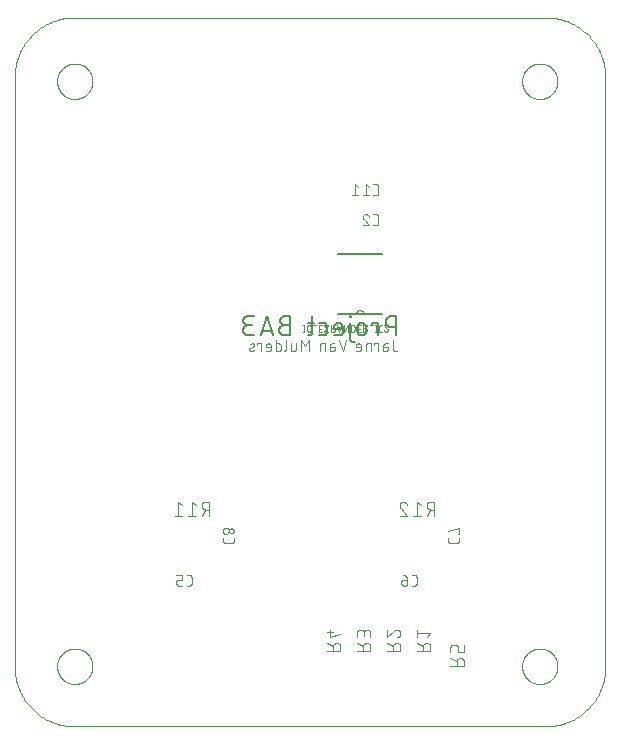
<source format=gbo>
G75*
%MOIN*%
%OFA0B0*%
%FSLAX25Y25*%
%IPPOS*%
%LPD*%
%AMOC8*
5,1,8,0,0,1.08239X$1,22.5*
%
%ADD10C,0.00000*%
%ADD11C,0.00600*%
%ADD12C,0.00300*%
%ADD13C,0.00200*%
%ADD14C,0.00400*%
D10*
X0007850Y0024870D02*
X0007850Y0221720D01*
X0007856Y0222196D01*
X0007873Y0222671D01*
X0007902Y0223146D01*
X0007942Y0223620D01*
X0007994Y0224093D01*
X0008057Y0224564D01*
X0008131Y0225034D01*
X0008217Y0225502D01*
X0008314Y0225968D01*
X0008422Y0226431D01*
X0008541Y0226891D01*
X0008672Y0227349D01*
X0008813Y0227803D01*
X0008966Y0228254D01*
X0009129Y0228700D01*
X0009303Y0229143D01*
X0009488Y0229581D01*
X0009683Y0230015D01*
X0009889Y0230444D01*
X0010105Y0230868D01*
X0010331Y0231287D01*
X0010567Y0231700D01*
X0010813Y0232107D01*
X0011069Y0232508D01*
X0011335Y0232902D01*
X0011610Y0233291D01*
X0011894Y0233672D01*
X0012187Y0234046D01*
X0012489Y0234414D01*
X0012801Y0234774D01*
X0013120Y0235126D01*
X0013448Y0235470D01*
X0013785Y0235807D01*
X0014129Y0236135D01*
X0014481Y0236454D01*
X0014841Y0236766D01*
X0015209Y0237068D01*
X0015583Y0237361D01*
X0015964Y0237645D01*
X0016353Y0237920D01*
X0016747Y0238186D01*
X0017148Y0238442D01*
X0017555Y0238688D01*
X0017968Y0238924D01*
X0018387Y0239150D01*
X0018811Y0239366D01*
X0019240Y0239572D01*
X0019674Y0239767D01*
X0020112Y0239952D01*
X0020555Y0240126D01*
X0021001Y0240289D01*
X0021452Y0240442D01*
X0021906Y0240583D01*
X0022364Y0240714D01*
X0022824Y0240833D01*
X0023287Y0240941D01*
X0023753Y0241038D01*
X0024221Y0241124D01*
X0024691Y0241198D01*
X0025162Y0241261D01*
X0025635Y0241313D01*
X0026109Y0241353D01*
X0026584Y0241382D01*
X0027059Y0241399D01*
X0027535Y0241405D01*
X0027535Y0241406D02*
X0185015Y0241406D01*
X0185015Y0241405D02*
X0185491Y0241399D01*
X0185966Y0241382D01*
X0186441Y0241353D01*
X0186915Y0241313D01*
X0187388Y0241261D01*
X0187859Y0241198D01*
X0188329Y0241124D01*
X0188797Y0241038D01*
X0189263Y0240941D01*
X0189726Y0240833D01*
X0190186Y0240714D01*
X0190644Y0240583D01*
X0191098Y0240442D01*
X0191549Y0240289D01*
X0191995Y0240126D01*
X0192438Y0239952D01*
X0192876Y0239767D01*
X0193310Y0239572D01*
X0193739Y0239366D01*
X0194163Y0239150D01*
X0194582Y0238924D01*
X0194995Y0238688D01*
X0195402Y0238442D01*
X0195803Y0238186D01*
X0196197Y0237920D01*
X0196586Y0237645D01*
X0196967Y0237361D01*
X0197341Y0237068D01*
X0197709Y0236766D01*
X0198069Y0236454D01*
X0198421Y0236135D01*
X0198765Y0235807D01*
X0199102Y0235470D01*
X0199430Y0235126D01*
X0199749Y0234774D01*
X0200061Y0234414D01*
X0200363Y0234046D01*
X0200656Y0233672D01*
X0200940Y0233291D01*
X0201215Y0232902D01*
X0201481Y0232508D01*
X0201737Y0232107D01*
X0201983Y0231700D01*
X0202219Y0231287D01*
X0202445Y0230868D01*
X0202661Y0230444D01*
X0202867Y0230015D01*
X0203062Y0229581D01*
X0203247Y0229143D01*
X0203421Y0228700D01*
X0203584Y0228254D01*
X0203737Y0227803D01*
X0203878Y0227349D01*
X0204009Y0226891D01*
X0204128Y0226431D01*
X0204236Y0225968D01*
X0204333Y0225502D01*
X0204419Y0225034D01*
X0204493Y0224564D01*
X0204556Y0224093D01*
X0204608Y0223620D01*
X0204648Y0223146D01*
X0204677Y0222671D01*
X0204694Y0222196D01*
X0204700Y0221720D01*
X0204700Y0024870D01*
X0204694Y0024394D01*
X0204677Y0023919D01*
X0204648Y0023444D01*
X0204608Y0022970D01*
X0204556Y0022497D01*
X0204493Y0022026D01*
X0204419Y0021556D01*
X0204333Y0021088D01*
X0204236Y0020622D01*
X0204128Y0020159D01*
X0204009Y0019699D01*
X0203878Y0019241D01*
X0203737Y0018787D01*
X0203584Y0018336D01*
X0203421Y0017890D01*
X0203247Y0017447D01*
X0203062Y0017009D01*
X0202867Y0016575D01*
X0202661Y0016146D01*
X0202445Y0015722D01*
X0202219Y0015303D01*
X0201983Y0014890D01*
X0201737Y0014483D01*
X0201481Y0014082D01*
X0201215Y0013688D01*
X0200940Y0013299D01*
X0200656Y0012918D01*
X0200363Y0012544D01*
X0200061Y0012176D01*
X0199749Y0011816D01*
X0199430Y0011464D01*
X0199102Y0011120D01*
X0198765Y0010783D01*
X0198421Y0010455D01*
X0198069Y0010136D01*
X0197709Y0009824D01*
X0197341Y0009522D01*
X0196967Y0009229D01*
X0196586Y0008945D01*
X0196197Y0008670D01*
X0195803Y0008404D01*
X0195402Y0008148D01*
X0194995Y0007902D01*
X0194582Y0007666D01*
X0194163Y0007440D01*
X0193739Y0007224D01*
X0193310Y0007018D01*
X0192876Y0006823D01*
X0192438Y0006638D01*
X0191995Y0006464D01*
X0191549Y0006301D01*
X0191098Y0006148D01*
X0190644Y0006007D01*
X0190186Y0005876D01*
X0189726Y0005757D01*
X0189263Y0005649D01*
X0188797Y0005552D01*
X0188329Y0005466D01*
X0187859Y0005392D01*
X0187388Y0005329D01*
X0186915Y0005277D01*
X0186441Y0005237D01*
X0185966Y0005208D01*
X0185491Y0005191D01*
X0185015Y0005185D01*
X0027535Y0005185D01*
X0027059Y0005191D01*
X0026584Y0005208D01*
X0026109Y0005237D01*
X0025635Y0005277D01*
X0025162Y0005329D01*
X0024691Y0005392D01*
X0024221Y0005466D01*
X0023753Y0005552D01*
X0023287Y0005649D01*
X0022824Y0005757D01*
X0022364Y0005876D01*
X0021906Y0006007D01*
X0021452Y0006148D01*
X0021001Y0006301D01*
X0020555Y0006464D01*
X0020112Y0006638D01*
X0019674Y0006823D01*
X0019240Y0007018D01*
X0018811Y0007224D01*
X0018387Y0007440D01*
X0017968Y0007666D01*
X0017555Y0007902D01*
X0017148Y0008148D01*
X0016747Y0008404D01*
X0016353Y0008670D01*
X0015964Y0008945D01*
X0015583Y0009229D01*
X0015209Y0009522D01*
X0014841Y0009824D01*
X0014481Y0010136D01*
X0014129Y0010455D01*
X0013785Y0010783D01*
X0013448Y0011120D01*
X0013120Y0011464D01*
X0012801Y0011816D01*
X0012489Y0012176D01*
X0012187Y0012544D01*
X0011894Y0012918D01*
X0011610Y0013299D01*
X0011335Y0013688D01*
X0011069Y0014082D01*
X0010813Y0014483D01*
X0010567Y0014890D01*
X0010331Y0015303D01*
X0010105Y0015722D01*
X0009889Y0016146D01*
X0009683Y0016575D01*
X0009488Y0017009D01*
X0009303Y0017447D01*
X0009129Y0017890D01*
X0008966Y0018336D01*
X0008813Y0018787D01*
X0008672Y0019241D01*
X0008541Y0019699D01*
X0008422Y0020159D01*
X0008314Y0020622D01*
X0008217Y0021088D01*
X0008131Y0021556D01*
X0008057Y0022026D01*
X0007994Y0022497D01*
X0007942Y0022970D01*
X0007902Y0023444D01*
X0007873Y0023919D01*
X0007856Y0024394D01*
X0007850Y0024870D01*
X0021944Y0025185D02*
X0021946Y0025338D01*
X0021952Y0025492D01*
X0021962Y0025645D01*
X0021976Y0025797D01*
X0021994Y0025950D01*
X0022016Y0026101D01*
X0022041Y0026252D01*
X0022071Y0026403D01*
X0022105Y0026553D01*
X0022142Y0026701D01*
X0022183Y0026849D01*
X0022228Y0026995D01*
X0022277Y0027141D01*
X0022330Y0027285D01*
X0022386Y0027427D01*
X0022446Y0027568D01*
X0022510Y0027708D01*
X0022577Y0027846D01*
X0022648Y0027982D01*
X0022723Y0028116D01*
X0022800Y0028248D01*
X0022882Y0028378D01*
X0022966Y0028506D01*
X0023054Y0028632D01*
X0023145Y0028755D01*
X0023239Y0028876D01*
X0023337Y0028994D01*
X0023437Y0029110D01*
X0023541Y0029223D01*
X0023647Y0029334D01*
X0023756Y0029442D01*
X0023868Y0029547D01*
X0023982Y0029648D01*
X0024100Y0029747D01*
X0024219Y0029843D01*
X0024341Y0029936D01*
X0024466Y0030025D01*
X0024593Y0030112D01*
X0024722Y0030194D01*
X0024853Y0030274D01*
X0024986Y0030350D01*
X0025121Y0030423D01*
X0025258Y0030492D01*
X0025397Y0030557D01*
X0025537Y0030619D01*
X0025679Y0030677D01*
X0025822Y0030732D01*
X0025967Y0030783D01*
X0026113Y0030830D01*
X0026260Y0030873D01*
X0026408Y0030912D01*
X0026557Y0030948D01*
X0026707Y0030979D01*
X0026858Y0031007D01*
X0027009Y0031031D01*
X0027162Y0031051D01*
X0027314Y0031067D01*
X0027467Y0031079D01*
X0027620Y0031087D01*
X0027773Y0031091D01*
X0027927Y0031091D01*
X0028080Y0031087D01*
X0028233Y0031079D01*
X0028386Y0031067D01*
X0028538Y0031051D01*
X0028691Y0031031D01*
X0028842Y0031007D01*
X0028993Y0030979D01*
X0029143Y0030948D01*
X0029292Y0030912D01*
X0029440Y0030873D01*
X0029587Y0030830D01*
X0029733Y0030783D01*
X0029878Y0030732D01*
X0030021Y0030677D01*
X0030163Y0030619D01*
X0030303Y0030557D01*
X0030442Y0030492D01*
X0030579Y0030423D01*
X0030714Y0030350D01*
X0030847Y0030274D01*
X0030978Y0030194D01*
X0031107Y0030112D01*
X0031234Y0030025D01*
X0031359Y0029936D01*
X0031481Y0029843D01*
X0031600Y0029747D01*
X0031718Y0029648D01*
X0031832Y0029547D01*
X0031944Y0029442D01*
X0032053Y0029334D01*
X0032159Y0029223D01*
X0032263Y0029110D01*
X0032363Y0028994D01*
X0032461Y0028876D01*
X0032555Y0028755D01*
X0032646Y0028632D01*
X0032734Y0028506D01*
X0032818Y0028378D01*
X0032900Y0028248D01*
X0032977Y0028116D01*
X0033052Y0027982D01*
X0033123Y0027846D01*
X0033190Y0027708D01*
X0033254Y0027568D01*
X0033314Y0027427D01*
X0033370Y0027285D01*
X0033423Y0027141D01*
X0033472Y0026995D01*
X0033517Y0026849D01*
X0033558Y0026701D01*
X0033595Y0026553D01*
X0033629Y0026403D01*
X0033659Y0026252D01*
X0033684Y0026101D01*
X0033706Y0025950D01*
X0033724Y0025797D01*
X0033738Y0025645D01*
X0033748Y0025492D01*
X0033754Y0025338D01*
X0033756Y0025185D01*
X0033754Y0025032D01*
X0033748Y0024878D01*
X0033738Y0024725D01*
X0033724Y0024573D01*
X0033706Y0024420D01*
X0033684Y0024269D01*
X0033659Y0024118D01*
X0033629Y0023967D01*
X0033595Y0023817D01*
X0033558Y0023669D01*
X0033517Y0023521D01*
X0033472Y0023375D01*
X0033423Y0023229D01*
X0033370Y0023085D01*
X0033314Y0022943D01*
X0033254Y0022802D01*
X0033190Y0022662D01*
X0033123Y0022524D01*
X0033052Y0022388D01*
X0032977Y0022254D01*
X0032900Y0022122D01*
X0032818Y0021992D01*
X0032734Y0021864D01*
X0032646Y0021738D01*
X0032555Y0021615D01*
X0032461Y0021494D01*
X0032363Y0021376D01*
X0032263Y0021260D01*
X0032159Y0021147D01*
X0032053Y0021036D01*
X0031944Y0020928D01*
X0031832Y0020823D01*
X0031718Y0020722D01*
X0031600Y0020623D01*
X0031481Y0020527D01*
X0031359Y0020434D01*
X0031234Y0020345D01*
X0031107Y0020258D01*
X0030978Y0020176D01*
X0030847Y0020096D01*
X0030714Y0020020D01*
X0030579Y0019947D01*
X0030442Y0019878D01*
X0030303Y0019813D01*
X0030163Y0019751D01*
X0030021Y0019693D01*
X0029878Y0019638D01*
X0029733Y0019587D01*
X0029587Y0019540D01*
X0029440Y0019497D01*
X0029292Y0019458D01*
X0029143Y0019422D01*
X0028993Y0019391D01*
X0028842Y0019363D01*
X0028691Y0019339D01*
X0028538Y0019319D01*
X0028386Y0019303D01*
X0028233Y0019291D01*
X0028080Y0019283D01*
X0027927Y0019279D01*
X0027773Y0019279D01*
X0027620Y0019283D01*
X0027467Y0019291D01*
X0027314Y0019303D01*
X0027162Y0019319D01*
X0027009Y0019339D01*
X0026858Y0019363D01*
X0026707Y0019391D01*
X0026557Y0019422D01*
X0026408Y0019458D01*
X0026260Y0019497D01*
X0026113Y0019540D01*
X0025967Y0019587D01*
X0025822Y0019638D01*
X0025679Y0019693D01*
X0025537Y0019751D01*
X0025397Y0019813D01*
X0025258Y0019878D01*
X0025121Y0019947D01*
X0024986Y0020020D01*
X0024853Y0020096D01*
X0024722Y0020176D01*
X0024593Y0020258D01*
X0024466Y0020345D01*
X0024341Y0020434D01*
X0024219Y0020527D01*
X0024100Y0020623D01*
X0023982Y0020722D01*
X0023868Y0020823D01*
X0023756Y0020928D01*
X0023647Y0021036D01*
X0023541Y0021147D01*
X0023437Y0021260D01*
X0023337Y0021376D01*
X0023239Y0021494D01*
X0023145Y0021615D01*
X0023054Y0021738D01*
X0022966Y0021864D01*
X0022882Y0021992D01*
X0022800Y0022122D01*
X0022723Y0022254D01*
X0022648Y0022388D01*
X0022577Y0022524D01*
X0022510Y0022662D01*
X0022446Y0022802D01*
X0022386Y0022943D01*
X0022330Y0023085D01*
X0022277Y0023229D01*
X0022228Y0023375D01*
X0022183Y0023521D01*
X0022142Y0023669D01*
X0022105Y0023817D01*
X0022071Y0023967D01*
X0022041Y0024118D01*
X0022016Y0024269D01*
X0021994Y0024420D01*
X0021976Y0024573D01*
X0021962Y0024725D01*
X0021952Y0024878D01*
X0021946Y0025032D01*
X0021944Y0025185D01*
X0121650Y0142685D02*
X0121652Y0142754D01*
X0121658Y0142822D01*
X0121668Y0142890D01*
X0121681Y0142957D01*
X0121699Y0143023D01*
X0121720Y0143088D01*
X0121745Y0143152D01*
X0121773Y0143214D01*
X0121805Y0143275D01*
X0121840Y0143334D01*
X0121879Y0143390D01*
X0121921Y0143445D01*
X0121966Y0143496D01*
X0122014Y0143546D01*
X0122064Y0143592D01*
X0122117Y0143635D01*
X0122173Y0143676D01*
X0122230Y0143713D01*
X0122290Y0143746D01*
X0122352Y0143777D01*
X0122415Y0143803D01*
X0122479Y0143826D01*
X0122545Y0143846D01*
X0122612Y0143861D01*
X0122679Y0143873D01*
X0122747Y0143881D01*
X0122816Y0143885D01*
X0122884Y0143885D01*
X0122953Y0143881D01*
X0123021Y0143873D01*
X0123088Y0143861D01*
X0123155Y0143846D01*
X0123221Y0143826D01*
X0123285Y0143803D01*
X0123348Y0143777D01*
X0123410Y0143746D01*
X0123470Y0143713D01*
X0123527Y0143676D01*
X0123583Y0143635D01*
X0123636Y0143592D01*
X0123686Y0143546D01*
X0123734Y0143496D01*
X0123779Y0143445D01*
X0123821Y0143390D01*
X0123860Y0143334D01*
X0123895Y0143275D01*
X0123927Y0143214D01*
X0123955Y0143152D01*
X0123980Y0143088D01*
X0124001Y0143023D01*
X0124019Y0142957D01*
X0124032Y0142890D01*
X0124042Y0142822D01*
X0124048Y0142754D01*
X0124050Y0142685D01*
X0176944Y0220185D02*
X0176946Y0220338D01*
X0176952Y0220492D01*
X0176962Y0220645D01*
X0176976Y0220797D01*
X0176994Y0220950D01*
X0177016Y0221101D01*
X0177041Y0221252D01*
X0177071Y0221403D01*
X0177105Y0221553D01*
X0177142Y0221701D01*
X0177183Y0221849D01*
X0177228Y0221995D01*
X0177277Y0222141D01*
X0177330Y0222285D01*
X0177386Y0222427D01*
X0177446Y0222568D01*
X0177510Y0222708D01*
X0177577Y0222846D01*
X0177648Y0222982D01*
X0177723Y0223116D01*
X0177800Y0223248D01*
X0177882Y0223378D01*
X0177966Y0223506D01*
X0178054Y0223632D01*
X0178145Y0223755D01*
X0178239Y0223876D01*
X0178337Y0223994D01*
X0178437Y0224110D01*
X0178541Y0224223D01*
X0178647Y0224334D01*
X0178756Y0224442D01*
X0178868Y0224547D01*
X0178982Y0224648D01*
X0179100Y0224747D01*
X0179219Y0224843D01*
X0179341Y0224936D01*
X0179466Y0225025D01*
X0179593Y0225112D01*
X0179722Y0225194D01*
X0179853Y0225274D01*
X0179986Y0225350D01*
X0180121Y0225423D01*
X0180258Y0225492D01*
X0180397Y0225557D01*
X0180537Y0225619D01*
X0180679Y0225677D01*
X0180822Y0225732D01*
X0180967Y0225783D01*
X0181113Y0225830D01*
X0181260Y0225873D01*
X0181408Y0225912D01*
X0181557Y0225948D01*
X0181707Y0225979D01*
X0181858Y0226007D01*
X0182009Y0226031D01*
X0182162Y0226051D01*
X0182314Y0226067D01*
X0182467Y0226079D01*
X0182620Y0226087D01*
X0182773Y0226091D01*
X0182927Y0226091D01*
X0183080Y0226087D01*
X0183233Y0226079D01*
X0183386Y0226067D01*
X0183538Y0226051D01*
X0183691Y0226031D01*
X0183842Y0226007D01*
X0183993Y0225979D01*
X0184143Y0225948D01*
X0184292Y0225912D01*
X0184440Y0225873D01*
X0184587Y0225830D01*
X0184733Y0225783D01*
X0184878Y0225732D01*
X0185021Y0225677D01*
X0185163Y0225619D01*
X0185303Y0225557D01*
X0185442Y0225492D01*
X0185579Y0225423D01*
X0185714Y0225350D01*
X0185847Y0225274D01*
X0185978Y0225194D01*
X0186107Y0225112D01*
X0186234Y0225025D01*
X0186359Y0224936D01*
X0186481Y0224843D01*
X0186600Y0224747D01*
X0186718Y0224648D01*
X0186832Y0224547D01*
X0186944Y0224442D01*
X0187053Y0224334D01*
X0187159Y0224223D01*
X0187263Y0224110D01*
X0187363Y0223994D01*
X0187461Y0223876D01*
X0187555Y0223755D01*
X0187646Y0223632D01*
X0187734Y0223506D01*
X0187818Y0223378D01*
X0187900Y0223248D01*
X0187977Y0223116D01*
X0188052Y0222982D01*
X0188123Y0222846D01*
X0188190Y0222708D01*
X0188254Y0222568D01*
X0188314Y0222427D01*
X0188370Y0222285D01*
X0188423Y0222141D01*
X0188472Y0221995D01*
X0188517Y0221849D01*
X0188558Y0221701D01*
X0188595Y0221553D01*
X0188629Y0221403D01*
X0188659Y0221252D01*
X0188684Y0221101D01*
X0188706Y0220950D01*
X0188724Y0220797D01*
X0188738Y0220645D01*
X0188748Y0220492D01*
X0188754Y0220338D01*
X0188756Y0220185D01*
X0188754Y0220032D01*
X0188748Y0219878D01*
X0188738Y0219725D01*
X0188724Y0219573D01*
X0188706Y0219420D01*
X0188684Y0219269D01*
X0188659Y0219118D01*
X0188629Y0218967D01*
X0188595Y0218817D01*
X0188558Y0218669D01*
X0188517Y0218521D01*
X0188472Y0218375D01*
X0188423Y0218229D01*
X0188370Y0218085D01*
X0188314Y0217943D01*
X0188254Y0217802D01*
X0188190Y0217662D01*
X0188123Y0217524D01*
X0188052Y0217388D01*
X0187977Y0217254D01*
X0187900Y0217122D01*
X0187818Y0216992D01*
X0187734Y0216864D01*
X0187646Y0216738D01*
X0187555Y0216615D01*
X0187461Y0216494D01*
X0187363Y0216376D01*
X0187263Y0216260D01*
X0187159Y0216147D01*
X0187053Y0216036D01*
X0186944Y0215928D01*
X0186832Y0215823D01*
X0186718Y0215722D01*
X0186600Y0215623D01*
X0186481Y0215527D01*
X0186359Y0215434D01*
X0186234Y0215345D01*
X0186107Y0215258D01*
X0185978Y0215176D01*
X0185847Y0215096D01*
X0185714Y0215020D01*
X0185579Y0214947D01*
X0185442Y0214878D01*
X0185303Y0214813D01*
X0185163Y0214751D01*
X0185021Y0214693D01*
X0184878Y0214638D01*
X0184733Y0214587D01*
X0184587Y0214540D01*
X0184440Y0214497D01*
X0184292Y0214458D01*
X0184143Y0214422D01*
X0183993Y0214391D01*
X0183842Y0214363D01*
X0183691Y0214339D01*
X0183538Y0214319D01*
X0183386Y0214303D01*
X0183233Y0214291D01*
X0183080Y0214283D01*
X0182927Y0214279D01*
X0182773Y0214279D01*
X0182620Y0214283D01*
X0182467Y0214291D01*
X0182314Y0214303D01*
X0182162Y0214319D01*
X0182009Y0214339D01*
X0181858Y0214363D01*
X0181707Y0214391D01*
X0181557Y0214422D01*
X0181408Y0214458D01*
X0181260Y0214497D01*
X0181113Y0214540D01*
X0180967Y0214587D01*
X0180822Y0214638D01*
X0180679Y0214693D01*
X0180537Y0214751D01*
X0180397Y0214813D01*
X0180258Y0214878D01*
X0180121Y0214947D01*
X0179986Y0215020D01*
X0179853Y0215096D01*
X0179722Y0215176D01*
X0179593Y0215258D01*
X0179466Y0215345D01*
X0179341Y0215434D01*
X0179219Y0215527D01*
X0179100Y0215623D01*
X0178982Y0215722D01*
X0178868Y0215823D01*
X0178756Y0215928D01*
X0178647Y0216036D01*
X0178541Y0216147D01*
X0178437Y0216260D01*
X0178337Y0216376D01*
X0178239Y0216494D01*
X0178145Y0216615D01*
X0178054Y0216738D01*
X0177966Y0216864D01*
X0177882Y0216992D01*
X0177800Y0217122D01*
X0177723Y0217254D01*
X0177648Y0217388D01*
X0177577Y0217524D01*
X0177510Y0217662D01*
X0177446Y0217802D01*
X0177386Y0217943D01*
X0177330Y0218085D01*
X0177277Y0218229D01*
X0177228Y0218375D01*
X0177183Y0218521D01*
X0177142Y0218669D01*
X0177105Y0218817D01*
X0177071Y0218967D01*
X0177041Y0219118D01*
X0177016Y0219269D01*
X0176994Y0219420D01*
X0176976Y0219573D01*
X0176962Y0219725D01*
X0176952Y0219878D01*
X0176946Y0220032D01*
X0176944Y0220185D01*
X0021944Y0220185D02*
X0021946Y0220338D01*
X0021952Y0220492D01*
X0021962Y0220645D01*
X0021976Y0220797D01*
X0021994Y0220950D01*
X0022016Y0221101D01*
X0022041Y0221252D01*
X0022071Y0221403D01*
X0022105Y0221553D01*
X0022142Y0221701D01*
X0022183Y0221849D01*
X0022228Y0221995D01*
X0022277Y0222141D01*
X0022330Y0222285D01*
X0022386Y0222427D01*
X0022446Y0222568D01*
X0022510Y0222708D01*
X0022577Y0222846D01*
X0022648Y0222982D01*
X0022723Y0223116D01*
X0022800Y0223248D01*
X0022882Y0223378D01*
X0022966Y0223506D01*
X0023054Y0223632D01*
X0023145Y0223755D01*
X0023239Y0223876D01*
X0023337Y0223994D01*
X0023437Y0224110D01*
X0023541Y0224223D01*
X0023647Y0224334D01*
X0023756Y0224442D01*
X0023868Y0224547D01*
X0023982Y0224648D01*
X0024100Y0224747D01*
X0024219Y0224843D01*
X0024341Y0224936D01*
X0024466Y0225025D01*
X0024593Y0225112D01*
X0024722Y0225194D01*
X0024853Y0225274D01*
X0024986Y0225350D01*
X0025121Y0225423D01*
X0025258Y0225492D01*
X0025397Y0225557D01*
X0025537Y0225619D01*
X0025679Y0225677D01*
X0025822Y0225732D01*
X0025967Y0225783D01*
X0026113Y0225830D01*
X0026260Y0225873D01*
X0026408Y0225912D01*
X0026557Y0225948D01*
X0026707Y0225979D01*
X0026858Y0226007D01*
X0027009Y0226031D01*
X0027162Y0226051D01*
X0027314Y0226067D01*
X0027467Y0226079D01*
X0027620Y0226087D01*
X0027773Y0226091D01*
X0027927Y0226091D01*
X0028080Y0226087D01*
X0028233Y0226079D01*
X0028386Y0226067D01*
X0028538Y0226051D01*
X0028691Y0226031D01*
X0028842Y0226007D01*
X0028993Y0225979D01*
X0029143Y0225948D01*
X0029292Y0225912D01*
X0029440Y0225873D01*
X0029587Y0225830D01*
X0029733Y0225783D01*
X0029878Y0225732D01*
X0030021Y0225677D01*
X0030163Y0225619D01*
X0030303Y0225557D01*
X0030442Y0225492D01*
X0030579Y0225423D01*
X0030714Y0225350D01*
X0030847Y0225274D01*
X0030978Y0225194D01*
X0031107Y0225112D01*
X0031234Y0225025D01*
X0031359Y0224936D01*
X0031481Y0224843D01*
X0031600Y0224747D01*
X0031718Y0224648D01*
X0031832Y0224547D01*
X0031944Y0224442D01*
X0032053Y0224334D01*
X0032159Y0224223D01*
X0032263Y0224110D01*
X0032363Y0223994D01*
X0032461Y0223876D01*
X0032555Y0223755D01*
X0032646Y0223632D01*
X0032734Y0223506D01*
X0032818Y0223378D01*
X0032900Y0223248D01*
X0032977Y0223116D01*
X0033052Y0222982D01*
X0033123Y0222846D01*
X0033190Y0222708D01*
X0033254Y0222568D01*
X0033314Y0222427D01*
X0033370Y0222285D01*
X0033423Y0222141D01*
X0033472Y0221995D01*
X0033517Y0221849D01*
X0033558Y0221701D01*
X0033595Y0221553D01*
X0033629Y0221403D01*
X0033659Y0221252D01*
X0033684Y0221101D01*
X0033706Y0220950D01*
X0033724Y0220797D01*
X0033738Y0220645D01*
X0033748Y0220492D01*
X0033754Y0220338D01*
X0033756Y0220185D01*
X0033754Y0220032D01*
X0033748Y0219878D01*
X0033738Y0219725D01*
X0033724Y0219573D01*
X0033706Y0219420D01*
X0033684Y0219269D01*
X0033659Y0219118D01*
X0033629Y0218967D01*
X0033595Y0218817D01*
X0033558Y0218669D01*
X0033517Y0218521D01*
X0033472Y0218375D01*
X0033423Y0218229D01*
X0033370Y0218085D01*
X0033314Y0217943D01*
X0033254Y0217802D01*
X0033190Y0217662D01*
X0033123Y0217524D01*
X0033052Y0217388D01*
X0032977Y0217254D01*
X0032900Y0217122D01*
X0032818Y0216992D01*
X0032734Y0216864D01*
X0032646Y0216738D01*
X0032555Y0216615D01*
X0032461Y0216494D01*
X0032363Y0216376D01*
X0032263Y0216260D01*
X0032159Y0216147D01*
X0032053Y0216036D01*
X0031944Y0215928D01*
X0031832Y0215823D01*
X0031718Y0215722D01*
X0031600Y0215623D01*
X0031481Y0215527D01*
X0031359Y0215434D01*
X0031234Y0215345D01*
X0031107Y0215258D01*
X0030978Y0215176D01*
X0030847Y0215096D01*
X0030714Y0215020D01*
X0030579Y0214947D01*
X0030442Y0214878D01*
X0030303Y0214813D01*
X0030163Y0214751D01*
X0030021Y0214693D01*
X0029878Y0214638D01*
X0029733Y0214587D01*
X0029587Y0214540D01*
X0029440Y0214497D01*
X0029292Y0214458D01*
X0029143Y0214422D01*
X0028993Y0214391D01*
X0028842Y0214363D01*
X0028691Y0214339D01*
X0028538Y0214319D01*
X0028386Y0214303D01*
X0028233Y0214291D01*
X0028080Y0214283D01*
X0027927Y0214279D01*
X0027773Y0214279D01*
X0027620Y0214283D01*
X0027467Y0214291D01*
X0027314Y0214303D01*
X0027162Y0214319D01*
X0027009Y0214339D01*
X0026858Y0214363D01*
X0026707Y0214391D01*
X0026557Y0214422D01*
X0026408Y0214458D01*
X0026260Y0214497D01*
X0026113Y0214540D01*
X0025967Y0214587D01*
X0025822Y0214638D01*
X0025679Y0214693D01*
X0025537Y0214751D01*
X0025397Y0214813D01*
X0025258Y0214878D01*
X0025121Y0214947D01*
X0024986Y0215020D01*
X0024853Y0215096D01*
X0024722Y0215176D01*
X0024593Y0215258D01*
X0024466Y0215345D01*
X0024341Y0215434D01*
X0024219Y0215527D01*
X0024100Y0215623D01*
X0023982Y0215722D01*
X0023868Y0215823D01*
X0023756Y0215928D01*
X0023647Y0216036D01*
X0023541Y0216147D01*
X0023437Y0216260D01*
X0023337Y0216376D01*
X0023239Y0216494D01*
X0023145Y0216615D01*
X0023054Y0216738D01*
X0022966Y0216864D01*
X0022882Y0216992D01*
X0022800Y0217122D01*
X0022723Y0217254D01*
X0022648Y0217388D01*
X0022577Y0217524D01*
X0022510Y0217662D01*
X0022446Y0217802D01*
X0022386Y0217943D01*
X0022330Y0218085D01*
X0022277Y0218229D01*
X0022228Y0218375D01*
X0022183Y0218521D01*
X0022142Y0218669D01*
X0022105Y0218817D01*
X0022071Y0218967D01*
X0022041Y0219118D01*
X0022016Y0219269D01*
X0021994Y0219420D01*
X0021976Y0219573D01*
X0021962Y0219725D01*
X0021952Y0219878D01*
X0021946Y0220032D01*
X0021944Y0220185D01*
X0176944Y0025185D02*
X0176946Y0025338D01*
X0176952Y0025492D01*
X0176962Y0025645D01*
X0176976Y0025797D01*
X0176994Y0025950D01*
X0177016Y0026101D01*
X0177041Y0026252D01*
X0177071Y0026403D01*
X0177105Y0026553D01*
X0177142Y0026701D01*
X0177183Y0026849D01*
X0177228Y0026995D01*
X0177277Y0027141D01*
X0177330Y0027285D01*
X0177386Y0027427D01*
X0177446Y0027568D01*
X0177510Y0027708D01*
X0177577Y0027846D01*
X0177648Y0027982D01*
X0177723Y0028116D01*
X0177800Y0028248D01*
X0177882Y0028378D01*
X0177966Y0028506D01*
X0178054Y0028632D01*
X0178145Y0028755D01*
X0178239Y0028876D01*
X0178337Y0028994D01*
X0178437Y0029110D01*
X0178541Y0029223D01*
X0178647Y0029334D01*
X0178756Y0029442D01*
X0178868Y0029547D01*
X0178982Y0029648D01*
X0179100Y0029747D01*
X0179219Y0029843D01*
X0179341Y0029936D01*
X0179466Y0030025D01*
X0179593Y0030112D01*
X0179722Y0030194D01*
X0179853Y0030274D01*
X0179986Y0030350D01*
X0180121Y0030423D01*
X0180258Y0030492D01*
X0180397Y0030557D01*
X0180537Y0030619D01*
X0180679Y0030677D01*
X0180822Y0030732D01*
X0180967Y0030783D01*
X0181113Y0030830D01*
X0181260Y0030873D01*
X0181408Y0030912D01*
X0181557Y0030948D01*
X0181707Y0030979D01*
X0181858Y0031007D01*
X0182009Y0031031D01*
X0182162Y0031051D01*
X0182314Y0031067D01*
X0182467Y0031079D01*
X0182620Y0031087D01*
X0182773Y0031091D01*
X0182927Y0031091D01*
X0183080Y0031087D01*
X0183233Y0031079D01*
X0183386Y0031067D01*
X0183538Y0031051D01*
X0183691Y0031031D01*
X0183842Y0031007D01*
X0183993Y0030979D01*
X0184143Y0030948D01*
X0184292Y0030912D01*
X0184440Y0030873D01*
X0184587Y0030830D01*
X0184733Y0030783D01*
X0184878Y0030732D01*
X0185021Y0030677D01*
X0185163Y0030619D01*
X0185303Y0030557D01*
X0185442Y0030492D01*
X0185579Y0030423D01*
X0185714Y0030350D01*
X0185847Y0030274D01*
X0185978Y0030194D01*
X0186107Y0030112D01*
X0186234Y0030025D01*
X0186359Y0029936D01*
X0186481Y0029843D01*
X0186600Y0029747D01*
X0186718Y0029648D01*
X0186832Y0029547D01*
X0186944Y0029442D01*
X0187053Y0029334D01*
X0187159Y0029223D01*
X0187263Y0029110D01*
X0187363Y0028994D01*
X0187461Y0028876D01*
X0187555Y0028755D01*
X0187646Y0028632D01*
X0187734Y0028506D01*
X0187818Y0028378D01*
X0187900Y0028248D01*
X0187977Y0028116D01*
X0188052Y0027982D01*
X0188123Y0027846D01*
X0188190Y0027708D01*
X0188254Y0027568D01*
X0188314Y0027427D01*
X0188370Y0027285D01*
X0188423Y0027141D01*
X0188472Y0026995D01*
X0188517Y0026849D01*
X0188558Y0026701D01*
X0188595Y0026553D01*
X0188629Y0026403D01*
X0188659Y0026252D01*
X0188684Y0026101D01*
X0188706Y0025950D01*
X0188724Y0025797D01*
X0188738Y0025645D01*
X0188748Y0025492D01*
X0188754Y0025338D01*
X0188756Y0025185D01*
X0188754Y0025032D01*
X0188748Y0024878D01*
X0188738Y0024725D01*
X0188724Y0024573D01*
X0188706Y0024420D01*
X0188684Y0024269D01*
X0188659Y0024118D01*
X0188629Y0023967D01*
X0188595Y0023817D01*
X0188558Y0023669D01*
X0188517Y0023521D01*
X0188472Y0023375D01*
X0188423Y0023229D01*
X0188370Y0023085D01*
X0188314Y0022943D01*
X0188254Y0022802D01*
X0188190Y0022662D01*
X0188123Y0022524D01*
X0188052Y0022388D01*
X0187977Y0022254D01*
X0187900Y0022122D01*
X0187818Y0021992D01*
X0187734Y0021864D01*
X0187646Y0021738D01*
X0187555Y0021615D01*
X0187461Y0021494D01*
X0187363Y0021376D01*
X0187263Y0021260D01*
X0187159Y0021147D01*
X0187053Y0021036D01*
X0186944Y0020928D01*
X0186832Y0020823D01*
X0186718Y0020722D01*
X0186600Y0020623D01*
X0186481Y0020527D01*
X0186359Y0020434D01*
X0186234Y0020345D01*
X0186107Y0020258D01*
X0185978Y0020176D01*
X0185847Y0020096D01*
X0185714Y0020020D01*
X0185579Y0019947D01*
X0185442Y0019878D01*
X0185303Y0019813D01*
X0185163Y0019751D01*
X0185021Y0019693D01*
X0184878Y0019638D01*
X0184733Y0019587D01*
X0184587Y0019540D01*
X0184440Y0019497D01*
X0184292Y0019458D01*
X0184143Y0019422D01*
X0183993Y0019391D01*
X0183842Y0019363D01*
X0183691Y0019339D01*
X0183538Y0019319D01*
X0183386Y0019303D01*
X0183233Y0019291D01*
X0183080Y0019283D01*
X0182927Y0019279D01*
X0182773Y0019279D01*
X0182620Y0019283D01*
X0182467Y0019291D01*
X0182314Y0019303D01*
X0182162Y0019319D01*
X0182009Y0019339D01*
X0181858Y0019363D01*
X0181707Y0019391D01*
X0181557Y0019422D01*
X0181408Y0019458D01*
X0181260Y0019497D01*
X0181113Y0019540D01*
X0180967Y0019587D01*
X0180822Y0019638D01*
X0180679Y0019693D01*
X0180537Y0019751D01*
X0180397Y0019813D01*
X0180258Y0019878D01*
X0180121Y0019947D01*
X0179986Y0020020D01*
X0179853Y0020096D01*
X0179722Y0020176D01*
X0179593Y0020258D01*
X0179466Y0020345D01*
X0179341Y0020434D01*
X0179219Y0020527D01*
X0179100Y0020623D01*
X0178982Y0020722D01*
X0178868Y0020823D01*
X0178756Y0020928D01*
X0178647Y0021036D01*
X0178541Y0021147D01*
X0178437Y0021260D01*
X0178337Y0021376D01*
X0178239Y0021494D01*
X0178145Y0021615D01*
X0178054Y0021738D01*
X0177966Y0021864D01*
X0177882Y0021992D01*
X0177800Y0022122D01*
X0177723Y0022254D01*
X0177648Y0022388D01*
X0177577Y0022524D01*
X0177510Y0022662D01*
X0177446Y0022802D01*
X0177386Y0022943D01*
X0177330Y0023085D01*
X0177277Y0023229D01*
X0177228Y0023375D01*
X0177183Y0023521D01*
X0177142Y0023669D01*
X0177105Y0023817D01*
X0177071Y0023967D01*
X0177041Y0024118D01*
X0177016Y0024269D01*
X0176994Y0024420D01*
X0176976Y0024573D01*
X0176962Y0024725D01*
X0176952Y0024878D01*
X0176946Y0025032D01*
X0176944Y0025185D01*
D11*
X0135050Y0135485D02*
X0135050Y0141885D01*
X0133272Y0141885D01*
X0133189Y0141883D01*
X0133106Y0141877D01*
X0133023Y0141867D01*
X0132940Y0141854D01*
X0132859Y0141836D01*
X0132778Y0141815D01*
X0132699Y0141790D01*
X0132621Y0141761D01*
X0132544Y0141729D01*
X0132469Y0141693D01*
X0132395Y0141654D01*
X0132324Y0141611D01*
X0132254Y0141565D01*
X0132187Y0141515D01*
X0132122Y0141463D01*
X0132060Y0141408D01*
X0132000Y0141349D01*
X0131943Y0141288D01*
X0131889Y0141225D01*
X0131838Y0141159D01*
X0131791Y0141090D01*
X0131746Y0141020D01*
X0131705Y0140947D01*
X0131668Y0140873D01*
X0131633Y0140797D01*
X0131603Y0140719D01*
X0131576Y0140641D01*
X0131553Y0140560D01*
X0131533Y0140479D01*
X0131518Y0140397D01*
X0131506Y0140315D01*
X0131498Y0140232D01*
X0131494Y0140149D01*
X0131494Y0140065D01*
X0131498Y0139982D01*
X0131506Y0139899D01*
X0131518Y0139817D01*
X0131533Y0139735D01*
X0131553Y0139654D01*
X0131576Y0139573D01*
X0131603Y0139495D01*
X0131633Y0139417D01*
X0131668Y0139341D01*
X0131705Y0139267D01*
X0131746Y0139194D01*
X0131791Y0139124D01*
X0131838Y0139055D01*
X0131889Y0138989D01*
X0131943Y0138926D01*
X0132000Y0138865D01*
X0132060Y0138806D01*
X0132122Y0138751D01*
X0132187Y0138699D01*
X0132254Y0138649D01*
X0132324Y0138603D01*
X0132395Y0138560D01*
X0132469Y0138521D01*
X0132544Y0138485D01*
X0132621Y0138453D01*
X0132699Y0138424D01*
X0132778Y0138399D01*
X0132859Y0138378D01*
X0132940Y0138360D01*
X0133023Y0138347D01*
X0133106Y0138337D01*
X0133189Y0138331D01*
X0133272Y0138329D01*
X0135050Y0138329D01*
X0130250Y0142685D02*
X0124050Y0142685D01*
X0121650Y0142685D01*
X0115450Y0142685D01*
X0114292Y0138329D02*
X0114294Y0138403D01*
X0114300Y0138478D01*
X0114310Y0138551D01*
X0114323Y0138625D01*
X0114340Y0138697D01*
X0114362Y0138768D01*
X0114386Y0138839D01*
X0114415Y0138907D01*
X0114447Y0138975D01*
X0114483Y0139040D01*
X0114521Y0139103D01*
X0114564Y0139165D01*
X0114609Y0139224D01*
X0114657Y0139281D01*
X0114708Y0139335D01*
X0114762Y0139386D01*
X0114819Y0139434D01*
X0114878Y0139479D01*
X0114940Y0139522D01*
X0115003Y0139560D01*
X0115068Y0139596D01*
X0115136Y0139628D01*
X0115204Y0139657D01*
X0115275Y0139681D01*
X0115346Y0139703D01*
X0115418Y0139720D01*
X0115492Y0139733D01*
X0115565Y0139743D01*
X0115640Y0139749D01*
X0115714Y0139751D01*
X0115788Y0139749D01*
X0115863Y0139743D01*
X0115936Y0139733D01*
X0116010Y0139720D01*
X0116082Y0139703D01*
X0116153Y0139681D01*
X0116224Y0139657D01*
X0116292Y0139628D01*
X0116360Y0139596D01*
X0116425Y0139560D01*
X0116488Y0139522D01*
X0116550Y0139479D01*
X0116609Y0139434D01*
X0116666Y0139386D01*
X0116720Y0139335D01*
X0116771Y0139281D01*
X0116819Y0139224D01*
X0116864Y0139165D01*
X0116907Y0139103D01*
X0116945Y0139040D01*
X0116981Y0138975D01*
X0117013Y0138907D01*
X0117042Y0138839D01*
X0117066Y0138768D01*
X0117088Y0138697D01*
X0117105Y0138625D01*
X0117118Y0138551D01*
X0117128Y0138478D01*
X0117134Y0138403D01*
X0117136Y0138329D01*
X0117136Y0136552D01*
X0117136Y0137618D02*
X0114292Y0137618D01*
X0114292Y0138329D01*
X0116069Y0135485D02*
X0116133Y0135487D01*
X0116198Y0135493D01*
X0116261Y0135502D01*
X0116324Y0135516D01*
X0116386Y0135533D01*
X0116447Y0135554D01*
X0116507Y0135579D01*
X0116565Y0135607D01*
X0116621Y0135639D01*
X0116675Y0135674D01*
X0116727Y0135712D01*
X0116777Y0135753D01*
X0116823Y0135798D01*
X0116868Y0135844D01*
X0116909Y0135894D01*
X0116947Y0135946D01*
X0116982Y0136000D01*
X0117014Y0136056D01*
X0117042Y0136114D01*
X0117067Y0136174D01*
X0117088Y0136235D01*
X0117105Y0136297D01*
X0117119Y0136360D01*
X0117128Y0136423D01*
X0117134Y0136488D01*
X0117136Y0136552D01*
X0116069Y0135485D02*
X0114292Y0135485D01*
X0111796Y0136552D02*
X0111796Y0138685D01*
X0111794Y0138749D01*
X0111788Y0138814D01*
X0111779Y0138877D01*
X0111765Y0138940D01*
X0111748Y0139002D01*
X0111727Y0139063D01*
X0111702Y0139123D01*
X0111674Y0139181D01*
X0111642Y0139237D01*
X0111607Y0139291D01*
X0111569Y0139343D01*
X0111528Y0139393D01*
X0111483Y0139439D01*
X0111437Y0139484D01*
X0111387Y0139525D01*
X0111335Y0139563D01*
X0111281Y0139598D01*
X0111225Y0139630D01*
X0111167Y0139658D01*
X0111107Y0139683D01*
X0111046Y0139704D01*
X0110984Y0139721D01*
X0110921Y0139735D01*
X0110858Y0139744D01*
X0110793Y0139750D01*
X0110729Y0139752D01*
X0109307Y0139752D01*
X0107595Y0139752D02*
X0105462Y0139752D01*
X0106884Y0141885D02*
X0106884Y0136552D01*
X0106882Y0136488D01*
X0106876Y0136423D01*
X0106867Y0136360D01*
X0106853Y0136297D01*
X0106836Y0136235D01*
X0106815Y0136174D01*
X0106790Y0136114D01*
X0106762Y0136056D01*
X0106730Y0136000D01*
X0106695Y0135946D01*
X0106657Y0135894D01*
X0106616Y0135844D01*
X0106571Y0135798D01*
X0106525Y0135753D01*
X0106475Y0135712D01*
X0106423Y0135674D01*
X0106369Y0135639D01*
X0106313Y0135607D01*
X0106255Y0135579D01*
X0106195Y0135554D01*
X0106134Y0135533D01*
X0106072Y0135516D01*
X0106009Y0135502D01*
X0105946Y0135493D01*
X0105881Y0135487D01*
X0105817Y0135485D01*
X0105462Y0135485D01*
X0109307Y0135485D02*
X0110729Y0135485D01*
X0110793Y0135487D01*
X0110858Y0135493D01*
X0110921Y0135502D01*
X0110984Y0135516D01*
X0111046Y0135533D01*
X0111107Y0135554D01*
X0111167Y0135579D01*
X0111225Y0135607D01*
X0111281Y0135639D01*
X0111335Y0135674D01*
X0111387Y0135712D01*
X0111437Y0135753D01*
X0111483Y0135798D01*
X0111528Y0135844D01*
X0111569Y0135894D01*
X0111607Y0135946D01*
X0111642Y0136000D01*
X0111674Y0136056D01*
X0111702Y0136114D01*
X0111727Y0136174D01*
X0111748Y0136235D01*
X0111765Y0136297D01*
X0111779Y0136360D01*
X0111788Y0136423D01*
X0111794Y0136488D01*
X0111796Y0136552D01*
X0119707Y0134418D02*
X0119707Y0139752D01*
X0119529Y0141529D02*
X0119885Y0141529D01*
X0119885Y0141885D01*
X0119529Y0141885D01*
X0119529Y0141529D01*
X0122087Y0138329D02*
X0122087Y0136907D01*
X0122089Y0136833D01*
X0122095Y0136758D01*
X0122105Y0136685D01*
X0122118Y0136611D01*
X0122135Y0136539D01*
X0122157Y0136468D01*
X0122181Y0136397D01*
X0122210Y0136329D01*
X0122242Y0136261D01*
X0122278Y0136196D01*
X0122316Y0136133D01*
X0122359Y0136071D01*
X0122404Y0136012D01*
X0122452Y0135955D01*
X0122503Y0135901D01*
X0122557Y0135850D01*
X0122614Y0135802D01*
X0122673Y0135757D01*
X0122735Y0135714D01*
X0122798Y0135676D01*
X0122863Y0135640D01*
X0122931Y0135608D01*
X0122999Y0135579D01*
X0123070Y0135555D01*
X0123141Y0135533D01*
X0123213Y0135516D01*
X0123287Y0135503D01*
X0123360Y0135493D01*
X0123435Y0135487D01*
X0123509Y0135485D01*
X0123583Y0135487D01*
X0123658Y0135493D01*
X0123731Y0135503D01*
X0123805Y0135516D01*
X0123877Y0135533D01*
X0123948Y0135555D01*
X0124019Y0135579D01*
X0124087Y0135608D01*
X0124155Y0135640D01*
X0124220Y0135676D01*
X0124283Y0135714D01*
X0124345Y0135757D01*
X0124404Y0135802D01*
X0124461Y0135850D01*
X0124515Y0135901D01*
X0124566Y0135955D01*
X0124614Y0136012D01*
X0124659Y0136071D01*
X0124702Y0136133D01*
X0124740Y0136196D01*
X0124776Y0136261D01*
X0124808Y0136329D01*
X0124837Y0136397D01*
X0124861Y0136468D01*
X0124883Y0136539D01*
X0124900Y0136611D01*
X0124913Y0136685D01*
X0124923Y0136758D01*
X0124929Y0136833D01*
X0124931Y0136907D01*
X0124931Y0138329D01*
X0124929Y0138403D01*
X0124923Y0138478D01*
X0124913Y0138551D01*
X0124900Y0138625D01*
X0124883Y0138697D01*
X0124861Y0138768D01*
X0124837Y0138839D01*
X0124808Y0138907D01*
X0124776Y0138975D01*
X0124740Y0139040D01*
X0124702Y0139103D01*
X0124659Y0139165D01*
X0124614Y0139224D01*
X0124566Y0139281D01*
X0124515Y0139335D01*
X0124461Y0139386D01*
X0124404Y0139434D01*
X0124345Y0139479D01*
X0124283Y0139522D01*
X0124220Y0139560D01*
X0124155Y0139596D01*
X0124087Y0139628D01*
X0124019Y0139657D01*
X0123948Y0139681D01*
X0123877Y0139703D01*
X0123805Y0139720D01*
X0123731Y0139733D01*
X0123658Y0139743D01*
X0123583Y0139749D01*
X0123509Y0139751D01*
X0123435Y0139749D01*
X0123360Y0139743D01*
X0123287Y0139733D01*
X0123213Y0139720D01*
X0123141Y0139703D01*
X0123070Y0139681D01*
X0122999Y0139657D01*
X0122931Y0139628D01*
X0122863Y0139596D01*
X0122798Y0139560D01*
X0122735Y0139522D01*
X0122673Y0139479D01*
X0122614Y0139434D01*
X0122557Y0139386D01*
X0122503Y0139335D01*
X0122452Y0139281D01*
X0122404Y0139224D01*
X0122359Y0139165D01*
X0122316Y0139103D01*
X0122278Y0139040D01*
X0122242Y0138975D01*
X0122210Y0138907D01*
X0122181Y0138839D01*
X0122157Y0138768D01*
X0122135Y0138697D01*
X0122118Y0138625D01*
X0122105Y0138551D01*
X0122095Y0138478D01*
X0122089Y0138403D01*
X0122087Y0138329D01*
X0119707Y0134418D02*
X0119709Y0134354D01*
X0119715Y0134289D01*
X0119724Y0134226D01*
X0119738Y0134163D01*
X0119755Y0134101D01*
X0119776Y0134040D01*
X0119801Y0133980D01*
X0119829Y0133922D01*
X0119861Y0133866D01*
X0119896Y0133812D01*
X0119934Y0133760D01*
X0119975Y0133710D01*
X0120020Y0133664D01*
X0120066Y0133619D01*
X0120116Y0133578D01*
X0120168Y0133540D01*
X0120222Y0133505D01*
X0120278Y0133473D01*
X0120336Y0133445D01*
X0120396Y0133420D01*
X0120457Y0133399D01*
X0120519Y0133382D01*
X0120582Y0133368D01*
X0120645Y0133359D01*
X0120710Y0133353D01*
X0120774Y0133351D01*
X0120774Y0133352D02*
X0121129Y0133352D01*
X0126867Y0139041D02*
X0126867Y0139752D01*
X0129000Y0139752D01*
X0129000Y0135485D01*
X0130250Y0162685D02*
X0115450Y0162685D01*
X0099562Y0141885D02*
X0097784Y0141885D01*
X0097710Y0141883D01*
X0097635Y0141877D01*
X0097562Y0141867D01*
X0097488Y0141854D01*
X0097416Y0141837D01*
X0097345Y0141815D01*
X0097274Y0141791D01*
X0097206Y0141762D01*
X0097138Y0141730D01*
X0097073Y0141694D01*
X0097010Y0141656D01*
X0096948Y0141613D01*
X0096889Y0141568D01*
X0096832Y0141520D01*
X0096778Y0141469D01*
X0096727Y0141415D01*
X0096679Y0141358D01*
X0096634Y0141299D01*
X0096591Y0141237D01*
X0096553Y0141174D01*
X0096517Y0141109D01*
X0096485Y0141041D01*
X0096456Y0140973D01*
X0096432Y0140902D01*
X0096410Y0140831D01*
X0096393Y0140759D01*
X0096380Y0140685D01*
X0096370Y0140612D01*
X0096364Y0140537D01*
X0096362Y0140463D01*
X0096364Y0140389D01*
X0096370Y0140314D01*
X0096380Y0140241D01*
X0096393Y0140167D01*
X0096410Y0140095D01*
X0096432Y0140024D01*
X0096456Y0139953D01*
X0096485Y0139885D01*
X0096517Y0139817D01*
X0096553Y0139752D01*
X0096591Y0139689D01*
X0096634Y0139627D01*
X0096679Y0139568D01*
X0096727Y0139511D01*
X0096778Y0139457D01*
X0096832Y0139406D01*
X0096889Y0139358D01*
X0096948Y0139313D01*
X0097010Y0139270D01*
X0097073Y0139232D01*
X0097138Y0139196D01*
X0097206Y0139164D01*
X0097274Y0139135D01*
X0097345Y0139111D01*
X0097416Y0139089D01*
X0097488Y0139072D01*
X0097562Y0139059D01*
X0097635Y0139049D01*
X0097710Y0139043D01*
X0097784Y0139041D01*
X0099562Y0139041D01*
X0097784Y0139041D02*
X0097701Y0139039D01*
X0097618Y0139033D01*
X0097535Y0139023D01*
X0097452Y0139010D01*
X0097371Y0138992D01*
X0097290Y0138971D01*
X0097211Y0138946D01*
X0097133Y0138917D01*
X0097056Y0138885D01*
X0096981Y0138849D01*
X0096907Y0138810D01*
X0096836Y0138767D01*
X0096766Y0138721D01*
X0096699Y0138671D01*
X0096634Y0138619D01*
X0096572Y0138564D01*
X0096512Y0138505D01*
X0096455Y0138444D01*
X0096401Y0138381D01*
X0096350Y0138315D01*
X0096303Y0138246D01*
X0096258Y0138176D01*
X0096217Y0138103D01*
X0096180Y0138029D01*
X0096145Y0137953D01*
X0096115Y0137875D01*
X0096088Y0137797D01*
X0096065Y0137716D01*
X0096045Y0137635D01*
X0096030Y0137553D01*
X0096018Y0137471D01*
X0096010Y0137388D01*
X0096006Y0137305D01*
X0096006Y0137221D01*
X0096010Y0137138D01*
X0096018Y0137055D01*
X0096030Y0136973D01*
X0096045Y0136891D01*
X0096065Y0136810D01*
X0096088Y0136729D01*
X0096115Y0136651D01*
X0096145Y0136573D01*
X0096180Y0136497D01*
X0096217Y0136423D01*
X0096258Y0136350D01*
X0096303Y0136280D01*
X0096350Y0136211D01*
X0096401Y0136145D01*
X0096455Y0136082D01*
X0096512Y0136021D01*
X0096572Y0135962D01*
X0096634Y0135907D01*
X0096699Y0135855D01*
X0096766Y0135805D01*
X0096836Y0135759D01*
X0096907Y0135716D01*
X0096981Y0135677D01*
X0097056Y0135641D01*
X0097133Y0135609D01*
X0097211Y0135580D01*
X0097290Y0135555D01*
X0097371Y0135534D01*
X0097452Y0135516D01*
X0097535Y0135503D01*
X0097618Y0135493D01*
X0097701Y0135487D01*
X0097784Y0135485D01*
X0099562Y0135485D01*
X0099562Y0141885D01*
X0091918Y0141885D02*
X0094052Y0135485D01*
X0093518Y0137085D02*
X0090318Y0137085D01*
X0089785Y0135485D02*
X0091918Y0141885D01*
X0087542Y0141885D02*
X0085409Y0141885D01*
X0085335Y0141883D01*
X0085260Y0141877D01*
X0085187Y0141867D01*
X0085113Y0141854D01*
X0085041Y0141837D01*
X0084970Y0141815D01*
X0084899Y0141791D01*
X0084831Y0141762D01*
X0084763Y0141730D01*
X0084698Y0141694D01*
X0084635Y0141656D01*
X0084573Y0141613D01*
X0084514Y0141568D01*
X0084457Y0141520D01*
X0084403Y0141469D01*
X0084352Y0141415D01*
X0084304Y0141358D01*
X0084259Y0141299D01*
X0084216Y0141237D01*
X0084178Y0141174D01*
X0084142Y0141109D01*
X0084110Y0141041D01*
X0084081Y0140973D01*
X0084057Y0140902D01*
X0084035Y0140831D01*
X0084018Y0140759D01*
X0084005Y0140685D01*
X0083995Y0140612D01*
X0083989Y0140537D01*
X0083987Y0140463D01*
X0083989Y0140389D01*
X0083995Y0140314D01*
X0084005Y0140241D01*
X0084018Y0140167D01*
X0084035Y0140095D01*
X0084057Y0140024D01*
X0084081Y0139953D01*
X0084110Y0139885D01*
X0084142Y0139817D01*
X0084178Y0139752D01*
X0084216Y0139689D01*
X0084259Y0139627D01*
X0084304Y0139568D01*
X0084352Y0139511D01*
X0084403Y0139457D01*
X0084457Y0139406D01*
X0084514Y0139358D01*
X0084573Y0139313D01*
X0084635Y0139270D01*
X0084698Y0139232D01*
X0084763Y0139196D01*
X0084831Y0139164D01*
X0084899Y0139135D01*
X0084970Y0139111D01*
X0085041Y0139089D01*
X0085113Y0139072D01*
X0085187Y0139059D01*
X0085260Y0139049D01*
X0085335Y0139043D01*
X0085409Y0139041D01*
X0086831Y0139041D01*
X0085764Y0139041D02*
X0085681Y0139039D01*
X0085598Y0139033D01*
X0085515Y0139023D01*
X0085432Y0139010D01*
X0085351Y0138992D01*
X0085270Y0138971D01*
X0085191Y0138946D01*
X0085113Y0138917D01*
X0085036Y0138885D01*
X0084961Y0138849D01*
X0084887Y0138810D01*
X0084816Y0138767D01*
X0084746Y0138721D01*
X0084679Y0138671D01*
X0084614Y0138619D01*
X0084552Y0138564D01*
X0084492Y0138505D01*
X0084435Y0138444D01*
X0084381Y0138381D01*
X0084330Y0138315D01*
X0084283Y0138246D01*
X0084238Y0138176D01*
X0084197Y0138103D01*
X0084160Y0138029D01*
X0084125Y0137953D01*
X0084095Y0137875D01*
X0084068Y0137797D01*
X0084045Y0137716D01*
X0084025Y0137635D01*
X0084010Y0137553D01*
X0083998Y0137471D01*
X0083990Y0137388D01*
X0083986Y0137305D01*
X0083986Y0137221D01*
X0083990Y0137138D01*
X0083998Y0137055D01*
X0084010Y0136973D01*
X0084025Y0136891D01*
X0084045Y0136810D01*
X0084068Y0136729D01*
X0084095Y0136651D01*
X0084125Y0136573D01*
X0084160Y0136497D01*
X0084197Y0136423D01*
X0084238Y0136350D01*
X0084283Y0136280D01*
X0084330Y0136211D01*
X0084381Y0136145D01*
X0084435Y0136082D01*
X0084492Y0136021D01*
X0084552Y0135962D01*
X0084614Y0135907D01*
X0084679Y0135855D01*
X0084746Y0135805D01*
X0084816Y0135759D01*
X0084887Y0135716D01*
X0084961Y0135677D01*
X0085036Y0135641D01*
X0085113Y0135609D01*
X0085191Y0135580D01*
X0085270Y0135555D01*
X0085351Y0135534D01*
X0085432Y0135516D01*
X0085515Y0135503D01*
X0085598Y0135493D01*
X0085681Y0135487D01*
X0085764Y0135485D01*
X0087542Y0135485D01*
D12*
X0087591Y0130540D02*
X0087482Y0130503D01*
X0087372Y0130469D01*
X0087260Y0130439D01*
X0087148Y0130413D01*
X0087035Y0130390D01*
X0086921Y0130371D01*
X0086806Y0130356D01*
X0086691Y0130345D01*
X0086576Y0130338D01*
X0086461Y0130334D01*
X0086461Y0130335D02*
X0086416Y0130336D01*
X0086371Y0130341D01*
X0086327Y0130350D01*
X0086284Y0130362D01*
X0086242Y0130378D01*
X0086202Y0130398D01*
X0086163Y0130421D01*
X0086127Y0130446D01*
X0086093Y0130475D01*
X0086061Y0130507D01*
X0086032Y0130541D01*
X0086006Y0130578D01*
X0085983Y0130616D01*
X0085964Y0130657D01*
X0085948Y0130699D01*
X0085935Y0130742D01*
X0085926Y0130786D01*
X0085921Y0130830D01*
X0085920Y0130875D01*
X0085923Y0130920D01*
X0085929Y0130964D01*
X0085939Y0131008D01*
X0085952Y0131050D01*
X0085969Y0131092D01*
X0085990Y0131132D01*
X0086014Y0131170D01*
X0086040Y0131205D01*
X0086070Y0131239D01*
X0086103Y0131270D01*
X0086138Y0131298D01*
X0086175Y0131323D01*
X0086214Y0131344D01*
X0086255Y0131363D01*
X0087283Y0131774D01*
X0087324Y0131793D01*
X0087363Y0131814D01*
X0087400Y0131839D01*
X0087435Y0131867D01*
X0087468Y0131898D01*
X0087498Y0131932D01*
X0087524Y0131967D01*
X0087548Y0132005D01*
X0087569Y0132045D01*
X0087586Y0132087D01*
X0087599Y0132129D01*
X0087609Y0132173D01*
X0087615Y0132217D01*
X0087618Y0132262D01*
X0087617Y0132307D01*
X0087612Y0132351D01*
X0087603Y0132395D01*
X0087590Y0132438D01*
X0087574Y0132480D01*
X0087555Y0132521D01*
X0087532Y0132559D01*
X0087506Y0132596D01*
X0087477Y0132630D01*
X0087445Y0132662D01*
X0087411Y0132691D01*
X0087375Y0132716D01*
X0087336Y0132739D01*
X0087296Y0132759D01*
X0087254Y0132775D01*
X0087211Y0132787D01*
X0087167Y0132796D01*
X0087122Y0132801D01*
X0087077Y0132802D01*
X0088738Y0132802D02*
X0088738Y0132391D01*
X0088738Y0132802D02*
X0089971Y0132802D01*
X0089971Y0130335D01*
X0091587Y0130335D02*
X0092614Y0130335D01*
X0092662Y0130337D01*
X0092711Y0130343D01*
X0092758Y0130352D01*
X0092805Y0130365D01*
X0092850Y0130382D01*
X0092894Y0130402D01*
X0092936Y0130426D01*
X0092977Y0130453D01*
X0093015Y0130483D01*
X0093050Y0130516D01*
X0093083Y0130551D01*
X0093113Y0130589D01*
X0093140Y0130630D01*
X0093164Y0130672D01*
X0093184Y0130716D01*
X0093201Y0130761D01*
X0093214Y0130808D01*
X0093223Y0130855D01*
X0093229Y0130904D01*
X0093231Y0130952D01*
X0093231Y0131979D01*
X0093231Y0131568D02*
X0091587Y0131568D01*
X0091587Y0131979D01*
X0091589Y0132035D01*
X0091595Y0132091D01*
X0091604Y0132146D01*
X0091617Y0132201D01*
X0091634Y0132254D01*
X0091655Y0132306D01*
X0091679Y0132357D01*
X0091707Y0132406D01*
X0091737Y0132453D01*
X0091771Y0132498D01*
X0091808Y0132540D01*
X0091848Y0132580D01*
X0091890Y0132617D01*
X0091935Y0132651D01*
X0091982Y0132681D01*
X0092031Y0132709D01*
X0092082Y0132733D01*
X0092134Y0132754D01*
X0092187Y0132771D01*
X0092242Y0132784D01*
X0092297Y0132793D01*
X0092353Y0132799D01*
X0092409Y0132801D01*
X0092465Y0132799D01*
X0092521Y0132793D01*
X0092576Y0132784D01*
X0092631Y0132771D01*
X0092684Y0132754D01*
X0092736Y0132733D01*
X0092787Y0132709D01*
X0092836Y0132681D01*
X0092883Y0132651D01*
X0092928Y0132617D01*
X0092970Y0132580D01*
X0093010Y0132540D01*
X0093047Y0132498D01*
X0093081Y0132453D01*
X0093111Y0132406D01*
X0093139Y0132357D01*
X0093163Y0132306D01*
X0093184Y0132254D01*
X0093201Y0132201D01*
X0093214Y0132146D01*
X0093223Y0132091D01*
X0093229Y0132035D01*
X0093231Y0131979D01*
X0094845Y0132802D02*
X0095872Y0132802D01*
X0095920Y0132800D01*
X0095969Y0132794D01*
X0096016Y0132785D01*
X0096063Y0132772D01*
X0096108Y0132755D01*
X0096152Y0132735D01*
X0096194Y0132711D01*
X0096235Y0132684D01*
X0096273Y0132654D01*
X0096308Y0132621D01*
X0096341Y0132586D01*
X0096371Y0132548D01*
X0096398Y0132507D01*
X0096422Y0132465D01*
X0096442Y0132421D01*
X0096459Y0132376D01*
X0096472Y0132329D01*
X0096481Y0132282D01*
X0096487Y0132233D01*
X0096489Y0132185D01*
X0096489Y0130952D01*
X0096487Y0130904D01*
X0096481Y0130855D01*
X0096472Y0130808D01*
X0096459Y0130761D01*
X0096442Y0130716D01*
X0096422Y0130672D01*
X0096398Y0130630D01*
X0096371Y0130589D01*
X0096341Y0130551D01*
X0096308Y0130516D01*
X0096273Y0130483D01*
X0096235Y0130453D01*
X0096194Y0130426D01*
X0096152Y0130402D01*
X0096108Y0130382D01*
X0096063Y0130365D01*
X0096016Y0130352D01*
X0095969Y0130343D01*
X0095920Y0130337D01*
X0095872Y0130335D01*
X0094845Y0130335D01*
X0094845Y0134035D01*
X0098342Y0134035D02*
X0098342Y0130952D01*
X0098340Y0130904D01*
X0098334Y0130855D01*
X0098325Y0130808D01*
X0098312Y0130761D01*
X0098295Y0130716D01*
X0098275Y0130672D01*
X0098251Y0130630D01*
X0098224Y0130589D01*
X0098194Y0130551D01*
X0098161Y0130516D01*
X0098126Y0130483D01*
X0098088Y0130453D01*
X0098047Y0130426D01*
X0098005Y0130402D01*
X0097961Y0130382D01*
X0097916Y0130365D01*
X0097869Y0130352D01*
X0097822Y0130343D01*
X0097773Y0130337D01*
X0097725Y0130335D01*
X0099987Y0130335D02*
X0099987Y0132802D01*
X0101631Y0132802D02*
X0101631Y0130952D01*
X0101629Y0130904D01*
X0101623Y0130855D01*
X0101614Y0130808D01*
X0101601Y0130761D01*
X0101584Y0130716D01*
X0101564Y0130672D01*
X0101540Y0130630D01*
X0101513Y0130589D01*
X0101483Y0130551D01*
X0101450Y0130516D01*
X0101415Y0130483D01*
X0101377Y0130453D01*
X0101336Y0130426D01*
X0101294Y0130402D01*
X0101250Y0130382D01*
X0101205Y0130365D01*
X0101158Y0130352D01*
X0101111Y0130343D01*
X0101062Y0130337D01*
X0101014Y0130335D01*
X0099987Y0130335D01*
X0103415Y0130335D02*
X0103415Y0134035D01*
X0104649Y0131979D01*
X0105882Y0134035D01*
X0105882Y0130335D01*
X0109587Y0130335D02*
X0109587Y0132185D01*
X0109586Y0132185D02*
X0109588Y0132233D01*
X0109594Y0132282D01*
X0109603Y0132329D01*
X0109616Y0132376D01*
X0109633Y0132421D01*
X0109653Y0132465D01*
X0109677Y0132507D01*
X0109704Y0132548D01*
X0109734Y0132586D01*
X0109767Y0132621D01*
X0109802Y0132654D01*
X0109840Y0132684D01*
X0109881Y0132711D01*
X0109923Y0132735D01*
X0109967Y0132755D01*
X0110012Y0132772D01*
X0110059Y0132785D01*
X0110106Y0132794D01*
X0110155Y0132800D01*
X0110203Y0132802D01*
X0111231Y0132802D01*
X0111231Y0130335D01*
X0112965Y0130335D02*
X0112965Y0132185D01*
X0112965Y0131774D02*
X0113890Y0131774D01*
X0112964Y0132185D02*
X0112966Y0132233D01*
X0112972Y0132282D01*
X0112981Y0132329D01*
X0112994Y0132376D01*
X0113011Y0132421D01*
X0113031Y0132465D01*
X0113055Y0132507D01*
X0113082Y0132548D01*
X0113112Y0132586D01*
X0113145Y0132621D01*
X0113180Y0132654D01*
X0113218Y0132684D01*
X0113259Y0132711D01*
X0113301Y0132735D01*
X0113345Y0132755D01*
X0113390Y0132772D01*
X0113437Y0132785D01*
X0113484Y0132794D01*
X0113533Y0132800D01*
X0113581Y0132802D01*
X0114403Y0132802D01*
X0113890Y0131773D02*
X0113942Y0131771D01*
X0113995Y0131765D01*
X0114046Y0131756D01*
X0114097Y0131743D01*
X0114147Y0131726D01*
X0114195Y0131705D01*
X0114242Y0131681D01*
X0114287Y0131654D01*
X0114329Y0131623D01*
X0114370Y0131589D01*
X0114408Y0131553D01*
X0114443Y0131514D01*
X0114475Y0131472D01*
X0114504Y0131429D01*
X0114529Y0131383D01*
X0114552Y0131335D01*
X0114570Y0131286D01*
X0114586Y0131236D01*
X0114597Y0131185D01*
X0114605Y0131133D01*
X0114609Y0131080D01*
X0114609Y0131028D01*
X0114605Y0130975D01*
X0114597Y0130923D01*
X0114586Y0130872D01*
X0114570Y0130822D01*
X0114552Y0130773D01*
X0114529Y0130725D01*
X0114504Y0130679D01*
X0114475Y0130636D01*
X0114443Y0130594D01*
X0114408Y0130555D01*
X0114370Y0130519D01*
X0114329Y0130485D01*
X0114287Y0130454D01*
X0114242Y0130427D01*
X0114195Y0130403D01*
X0114147Y0130382D01*
X0114097Y0130365D01*
X0114046Y0130352D01*
X0113995Y0130343D01*
X0113942Y0130337D01*
X0113890Y0130335D01*
X0112965Y0130335D01*
X0117129Y0130335D02*
X0115895Y0134035D01*
X0118362Y0134035D02*
X0117129Y0130335D01*
X0121586Y0130335D02*
X0122614Y0130335D01*
X0122662Y0130337D01*
X0122711Y0130343D01*
X0122758Y0130352D01*
X0122805Y0130365D01*
X0122850Y0130382D01*
X0122894Y0130402D01*
X0122936Y0130426D01*
X0122977Y0130453D01*
X0123015Y0130483D01*
X0123050Y0130516D01*
X0123083Y0130551D01*
X0123113Y0130589D01*
X0123140Y0130630D01*
X0123164Y0130672D01*
X0123184Y0130716D01*
X0123201Y0130761D01*
X0123214Y0130808D01*
X0123223Y0130855D01*
X0123229Y0130904D01*
X0123231Y0130952D01*
X0123231Y0131979D01*
X0123231Y0131568D02*
X0121586Y0131568D01*
X0121586Y0131979D01*
X0121587Y0131979D02*
X0121589Y0132035D01*
X0121595Y0132091D01*
X0121604Y0132146D01*
X0121617Y0132201D01*
X0121634Y0132254D01*
X0121655Y0132306D01*
X0121679Y0132357D01*
X0121707Y0132406D01*
X0121737Y0132453D01*
X0121771Y0132498D01*
X0121808Y0132540D01*
X0121848Y0132580D01*
X0121890Y0132617D01*
X0121935Y0132651D01*
X0121982Y0132681D01*
X0122031Y0132709D01*
X0122082Y0132733D01*
X0122134Y0132754D01*
X0122187Y0132771D01*
X0122242Y0132784D01*
X0122297Y0132793D01*
X0122353Y0132799D01*
X0122409Y0132801D01*
X0122465Y0132799D01*
X0122521Y0132793D01*
X0122576Y0132784D01*
X0122631Y0132771D01*
X0122684Y0132754D01*
X0122736Y0132733D01*
X0122787Y0132709D01*
X0122836Y0132681D01*
X0122883Y0132651D01*
X0122928Y0132617D01*
X0122970Y0132580D01*
X0123010Y0132540D01*
X0123047Y0132498D01*
X0123081Y0132453D01*
X0123111Y0132406D01*
X0123139Y0132357D01*
X0123163Y0132306D01*
X0123184Y0132254D01*
X0123201Y0132201D01*
X0123214Y0132146D01*
X0123223Y0132091D01*
X0123229Y0132035D01*
X0123231Y0131979D01*
X0124826Y0132185D02*
X0124826Y0130335D01*
X0126471Y0130335D02*
X0126471Y0132802D01*
X0125443Y0132802D01*
X0125395Y0132800D01*
X0125346Y0132794D01*
X0125299Y0132785D01*
X0125252Y0132772D01*
X0125207Y0132755D01*
X0125163Y0132735D01*
X0125121Y0132711D01*
X0125080Y0132684D01*
X0125042Y0132654D01*
X0125007Y0132621D01*
X0124974Y0132586D01*
X0124944Y0132548D01*
X0124917Y0132507D01*
X0124893Y0132465D01*
X0124873Y0132421D01*
X0124856Y0132376D01*
X0124843Y0132329D01*
X0124834Y0132282D01*
X0124828Y0132233D01*
X0124826Y0132185D01*
X0127737Y0132391D02*
X0127737Y0132802D01*
X0128971Y0132802D01*
X0128971Y0130335D01*
X0130724Y0130335D02*
X0130724Y0132185D01*
X0130724Y0131774D02*
X0131649Y0131774D01*
X0130724Y0132185D02*
X0130726Y0132233D01*
X0130732Y0132282D01*
X0130741Y0132329D01*
X0130754Y0132376D01*
X0130771Y0132421D01*
X0130791Y0132465D01*
X0130815Y0132507D01*
X0130842Y0132548D01*
X0130872Y0132586D01*
X0130905Y0132621D01*
X0130940Y0132654D01*
X0130978Y0132684D01*
X0131019Y0132711D01*
X0131061Y0132735D01*
X0131105Y0132755D01*
X0131150Y0132772D01*
X0131197Y0132785D01*
X0131244Y0132794D01*
X0131293Y0132800D01*
X0131341Y0132802D01*
X0132163Y0132802D01*
X0131649Y0131773D02*
X0131701Y0131771D01*
X0131754Y0131765D01*
X0131805Y0131756D01*
X0131856Y0131743D01*
X0131906Y0131726D01*
X0131954Y0131705D01*
X0132001Y0131681D01*
X0132046Y0131654D01*
X0132088Y0131623D01*
X0132129Y0131589D01*
X0132167Y0131553D01*
X0132202Y0131514D01*
X0132234Y0131472D01*
X0132263Y0131429D01*
X0132288Y0131383D01*
X0132311Y0131335D01*
X0132329Y0131286D01*
X0132345Y0131236D01*
X0132356Y0131185D01*
X0132364Y0131133D01*
X0132368Y0131080D01*
X0132368Y0131028D01*
X0132364Y0130975D01*
X0132356Y0130923D01*
X0132345Y0130872D01*
X0132329Y0130822D01*
X0132311Y0130773D01*
X0132288Y0130725D01*
X0132263Y0130679D01*
X0132234Y0130636D01*
X0132202Y0130594D01*
X0132167Y0130555D01*
X0132129Y0130519D01*
X0132088Y0130485D01*
X0132046Y0130454D01*
X0132001Y0130427D01*
X0131954Y0130403D01*
X0131906Y0130382D01*
X0131856Y0130365D01*
X0131805Y0130352D01*
X0131754Y0130343D01*
X0131701Y0130337D01*
X0131649Y0130335D01*
X0130724Y0130335D01*
X0133967Y0131157D02*
X0133967Y0134035D01*
X0133967Y0131157D02*
X0133969Y0131101D01*
X0133975Y0131045D01*
X0133984Y0130990D01*
X0133997Y0130935D01*
X0134014Y0130882D01*
X0134035Y0130830D01*
X0134059Y0130779D01*
X0134087Y0130730D01*
X0134117Y0130683D01*
X0134151Y0130638D01*
X0134188Y0130596D01*
X0134228Y0130556D01*
X0134270Y0130519D01*
X0134315Y0130485D01*
X0134362Y0130455D01*
X0134411Y0130427D01*
X0134462Y0130403D01*
X0134514Y0130382D01*
X0134567Y0130365D01*
X0134622Y0130352D01*
X0134677Y0130343D01*
X0134733Y0130337D01*
X0134789Y0130335D01*
X0135200Y0130335D01*
X0128177Y0172166D02*
X0127355Y0172166D01*
X0128177Y0172166D02*
X0128233Y0172168D01*
X0128289Y0172174D01*
X0128344Y0172183D01*
X0128399Y0172196D01*
X0128452Y0172213D01*
X0128504Y0172234D01*
X0128555Y0172258D01*
X0128604Y0172286D01*
X0128651Y0172316D01*
X0128696Y0172350D01*
X0128738Y0172387D01*
X0128778Y0172427D01*
X0128815Y0172469D01*
X0128849Y0172514D01*
X0128879Y0172561D01*
X0128907Y0172610D01*
X0128931Y0172661D01*
X0128952Y0172713D01*
X0128969Y0172766D01*
X0128982Y0172821D01*
X0128991Y0172876D01*
X0128997Y0172932D01*
X0128999Y0172988D01*
X0128999Y0175044D01*
X0128997Y0175100D01*
X0128991Y0175156D01*
X0128982Y0175211D01*
X0128969Y0175266D01*
X0128952Y0175319D01*
X0128931Y0175371D01*
X0128907Y0175422D01*
X0128879Y0175471D01*
X0128849Y0175518D01*
X0128815Y0175563D01*
X0128778Y0175605D01*
X0128738Y0175645D01*
X0128696Y0175682D01*
X0128651Y0175716D01*
X0128604Y0175746D01*
X0128555Y0175774D01*
X0128504Y0175798D01*
X0128452Y0175819D01*
X0128399Y0175836D01*
X0128344Y0175849D01*
X0128289Y0175858D01*
X0128233Y0175864D01*
X0128177Y0175866D01*
X0127355Y0175866D01*
X0124241Y0174221D02*
X0124198Y0174265D01*
X0124157Y0174312D01*
X0124120Y0174361D01*
X0124085Y0174412D01*
X0124054Y0174466D01*
X0124026Y0174521D01*
X0124002Y0174578D01*
X0123981Y0174636D01*
X0123964Y0174696D01*
X0123950Y0174756D01*
X0123941Y0174817D01*
X0123935Y0174879D01*
X0123933Y0174941D01*
X0124242Y0174221D02*
X0125989Y0172166D01*
X0123934Y0172166D01*
X0125989Y0175043D02*
X0125966Y0175107D01*
X0125940Y0175170D01*
X0125910Y0175231D01*
X0125877Y0175290D01*
X0125840Y0175347D01*
X0125800Y0175402D01*
X0125757Y0175454D01*
X0125711Y0175504D01*
X0125663Y0175552D01*
X0125612Y0175596D01*
X0125558Y0175638D01*
X0125502Y0175676D01*
X0125444Y0175711D01*
X0125384Y0175743D01*
X0125322Y0175771D01*
X0125259Y0175796D01*
X0125194Y0175817D01*
X0125128Y0175834D01*
X0125062Y0175848D01*
X0124995Y0175857D01*
X0124927Y0175863D01*
X0124859Y0175865D01*
X0124859Y0175866D02*
X0124801Y0175864D01*
X0124743Y0175859D01*
X0124686Y0175850D01*
X0124629Y0175837D01*
X0124573Y0175821D01*
X0124518Y0175801D01*
X0124465Y0175778D01*
X0124413Y0175752D01*
X0124363Y0175722D01*
X0124315Y0175689D01*
X0124269Y0175654D01*
X0124226Y0175615D01*
X0124185Y0175574D01*
X0124146Y0175531D01*
X0124111Y0175485D01*
X0124078Y0175437D01*
X0124048Y0175387D01*
X0124022Y0175335D01*
X0123999Y0175282D01*
X0123979Y0175227D01*
X0123963Y0175171D01*
X0123950Y0175114D01*
X0123941Y0175057D01*
X0123936Y0174999D01*
X0123934Y0174941D01*
X0123934Y0182166D02*
X0125989Y0182166D01*
X0124961Y0182166D02*
X0124961Y0185866D01*
X0125989Y0185044D01*
X0127355Y0185866D02*
X0128177Y0185866D01*
X0128233Y0185864D01*
X0128289Y0185858D01*
X0128344Y0185849D01*
X0128399Y0185836D01*
X0128452Y0185819D01*
X0128504Y0185798D01*
X0128555Y0185774D01*
X0128604Y0185746D01*
X0128651Y0185716D01*
X0128696Y0185682D01*
X0128738Y0185645D01*
X0128778Y0185605D01*
X0128815Y0185563D01*
X0128849Y0185518D01*
X0128879Y0185471D01*
X0128907Y0185422D01*
X0128931Y0185371D01*
X0128952Y0185319D01*
X0128969Y0185266D01*
X0128982Y0185211D01*
X0128991Y0185156D01*
X0128997Y0185100D01*
X0128999Y0185044D01*
X0128999Y0182988D01*
X0128997Y0182932D01*
X0128991Y0182876D01*
X0128982Y0182821D01*
X0128969Y0182766D01*
X0128952Y0182713D01*
X0128931Y0182661D01*
X0128907Y0182610D01*
X0128879Y0182561D01*
X0128849Y0182514D01*
X0128815Y0182469D01*
X0128778Y0182427D01*
X0128738Y0182387D01*
X0128696Y0182350D01*
X0128651Y0182316D01*
X0128604Y0182286D01*
X0128555Y0182258D01*
X0128504Y0182234D01*
X0128452Y0182213D01*
X0128399Y0182196D01*
X0128344Y0182183D01*
X0128289Y0182174D01*
X0128233Y0182168D01*
X0128177Y0182166D01*
X0127355Y0182166D01*
X0122389Y0182166D02*
X0120334Y0182166D01*
X0121361Y0182166D02*
X0121361Y0185866D01*
X0122389Y0185044D01*
X0087078Y0132802D02*
X0086982Y0132798D01*
X0086887Y0132791D01*
X0086792Y0132780D01*
X0086698Y0132765D01*
X0086605Y0132746D01*
X0086512Y0132724D01*
X0086420Y0132697D01*
X0086330Y0132667D01*
X0086241Y0132634D01*
X0086153Y0132596D01*
X0080047Y0071128D02*
X0079991Y0071126D01*
X0079935Y0071120D01*
X0079880Y0071111D01*
X0079825Y0071098D01*
X0079772Y0071081D01*
X0079720Y0071060D01*
X0079669Y0071036D01*
X0079620Y0071008D01*
X0079573Y0070978D01*
X0079528Y0070944D01*
X0079486Y0070907D01*
X0079446Y0070867D01*
X0079409Y0070825D01*
X0079375Y0070780D01*
X0079345Y0070733D01*
X0079317Y0070684D01*
X0079293Y0070633D01*
X0079272Y0070581D01*
X0079255Y0070528D01*
X0079242Y0070473D01*
X0079233Y0070418D01*
X0079227Y0070362D01*
X0079225Y0070306D01*
X0079227Y0070250D01*
X0079233Y0070194D01*
X0079242Y0070139D01*
X0079255Y0070084D01*
X0079272Y0070031D01*
X0079293Y0069979D01*
X0079317Y0069928D01*
X0079345Y0069879D01*
X0079375Y0069832D01*
X0079409Y0069787D01*
X0079446Y0069745D01*
X0079486Y0069705D01*
X0079528Y0069668D01*
X0079573Y0069634D01*
X0079620Y0069604D01*
X0079669Y0069576D01*
X0079720Y0069552D01*
X0079772Y0069531D01*
X0079825Y0069514D01*
X0079880Y0069501D01*
X0079935Y0069492D01*
X0079991Y0069486D01*
X0080047Y0069484D01*
X0080103Y0069486D01*
X0080159Y0069492D01*
X0080214Y0069501D01*
X0080269Y0069514D01*
X0080322Y0069531D01*
X0080374Y0069552D01*
X0080425Y0069576D01*
X0080474Y0069604D01*
X0080521Y0069634D01*
X0080566Y0069668D01*
X0080608Y0069705D01*
X0080648Y0069745D01*
X0080685Y0069787D01*
X0080719Y0069832D01*
X0080749Y0069879D01*
X0080777Y0069928D01*
X0080801Y0069979D01*
X0080822Y0070031D01*
X0080839Y0070084D01*
X0080852Y0070139D01*
X0080861Y0070194D01*
X0080867Y0070250D01*
X0080869Y0070306D01*
X0080867Y0070362D01*
X0080861Y0070418D01*
X0080852Y0070473D01*
X0080839Y0070528D01*
X0080822Y0070581D01*
X0080801Y0070633D01*
X0080777Y0070684D01*
X0080749Y0070733D01*
X0080719Y0070780D01*
X0080685Y0070825D01*
X0080648Y0070867D01*
X0080608Y0070907D01*
X0080566Y0070944D01*
X0080521Y0070978D01*
X0080474Y0071008D01*
X0080425Y0071036D01*
X0080374Y0071060D01*
X0080322Y0071081D01*
X0080269Y0071098D01*
X0080214Y0071111D01*
X0080159Y0071120D01*
X0080103Y0071126D01*
X0080047Y0071128D01*
X0078197Y0071334D02*
X0078134Y0071332D01*
X0078071Y0071326D01*
X0078008Y0071316D01*
X0077946Y0071303D01*
X0077885Y0071286D01*
X0077826Y0071265D01*
X0077767Y0071240D01*
X0077711Y0071212D01*
X0077656Y0071180D01*
X0077603Y0071145D01*
X0077553Y0071107D01*
X0077504Y0071066D01*
X0077459Y0071022D01*
X0077416Y0070975D01*
X0077377Y0070926D01*
X0077340Y0070874D01*
X0077307Y0070820D01*
X0077277Y0070764D01*
X0077250Y0070707D01*
X0077227Y0070648D01*
X0077208Y0070587D01*
X0077193Y0070526D01*
X0077181Y0070464D01*
X0077173Y0070401D01*
X0077169Y0070338D01*
X0077169Y0070274D01*
X0077173Y0070211D01*
X0077181Y0070148D01*
X0077193Y0070086D01*
X0077208Y0070025D01*
X0077227Y0069964D01*
X0077250Y0069905D01*
X0077277Y0069848D01*
X0077307Y0069792D01*
X0077340Y0069738D01*
X0077377Y0069686D01*
X0077416Y0069637D01*
X0077459Y0069590D01*
X0077504Y0069546D01*
X0077553Y0069505D01*
X0077603Y0069467D01*
X0077656Y0069432D01*
X0077711Y0069400D01*
X0077767Y0069372D01*
X0077826Y0069347D01*
X0077885Y0069326D01*
X0077946Y0069309D01*
X0078008Y0069296D01*
X0078071Y0069286D01*
X0078134Y0069280D01*
X0078197Y0069278D01*
X0078260Y0069280D01*
X0078323Y0069286D01*
X0078386Y0069296D01*
X0078448Y0069309D01*
X0078509Y0069326D01*
X0078568Y0069347D01*
X0078627Y0069372D01*
X0078683Y0069400D01*
X0078738Y0069432D01*
X0078791Y0069467D01*
X0078841Y0069505D01*
X0078890Y0069546D01*
X0078935Y0069590D01*
X0078978Y0069637D01*
X0079017Y0069686D01*
X0079054Y0069738D01*
X0079087Y0069792D01*
X0079117Y0069848D01*
X0079144Y0069905D01*
X0079167Y0069964D01*
X0079186Y0070025D01*
X0079201Y0070086D01*
X0079213Y0070148D01*
X0079221Y0070211D01*
X0079225Y0070274D01*
X0079225Y0070338D01*
X0079221Y0070401D01*
X0079213Y0070464D01*
X0079201Y0070526D01*
X0079186Y0070587D01*
X0079167Y0070648D01*
X0079144Y0070707D01*
X0079117Y0070764D01*
X0079087Y0070820D01*
X0079054Y0070874D01*
X0079017Y0070926D01*
X0078978Y0070975D01*
X0078935Y0071022D01*
X0078890Y0071066D01*
X0078841Y0071107D01*
X0078791Y0071145D01*
X0078738Y0071180D01*
X0078683Y0071212D01*
X0078627Y0071240D01*
X0078568Y0071265D01*
X0078509Y0071286D01*
X0078448Y0071303D01*
X0078386Y0071316D01*
X0078323Y0071326D01*
X0078260Y0071332D01*
X0078197Y0071334D01*
X0077169Y0067913D02*
X0077169Y0067091D01*
X0077170Y0067091D02*
X0077172Y0067035D01*
X0077178Y0066979D01*
X0077187Y0066924D01*
X0077200Y0066869D01*
X0077217Y0066816D01*
X0077238Y0066764D01*
X0077262Y0066713D01*
X0077290Y0066664D01*
X0077320Y0066617D01*
X0077354Y0066572D01*
X0077391Y0066530D01*
X0077431Y0066490D01*
X0077473Y0066453D01*
X0077518Y0066419D01*
X0077565Y0066389D01*
X0077614Y0066361D01*
X0077665Y0066337D01*
X0077717Y0066316D01*
X0077770Y0066299D01*
X0077825Y0066286D01*
X0077880Y0066277D01*
X0077936Y0066271D01*
X0077992Y0066269D01*
X0080047Y0066269D01*
X0080103Y0066271D01*
X0080159Y0066277D01*
X0080214Y0066286D01*
X0080269Y0066299D01*
X0080322Y0066316D01*
X0080374Y0066337D01*
X0080425Y0066361D01*
X0080474Y0066389D01*
X0080521Y0066419D01*
X0080566Y0066453D01*
X0080608Y0066490D01*
X0080648Y0066530D01*
X0080685Y0066572D01*
X0080719Y0066617D01*
X0080749Y0066664D01*
X0080777Y0066713D01*
X0080801Y0066764D01*
X0080822Y0066816D01*
X0080839Y0066869D01*
X0080852Y0066924D01*
X0080861Y0066979D01*
X0080867Y0067035D01*
X0080869Y0067091D01*
X0080869Y0067913D01*
X0066766Y0054882D02*
X0066766Y0052827D01*
X0066764Y0052771D01*
X0066758Y0052715D01*
X0066749Y0052660D01*
X0066736Y0052605D01*
X0066719Y0052552D01*
X0066698Y0052500D01*
X0066674Y0052449D01*
X0066646Y0052400D01*
X0066616Y0052353D01*
X0066582Y0052308D01*
X0066545Y0052266D01*
X0066505Y0052226D01*
X0066463Y0052189D01*
X0066418Y0052155D01*
X0066371Y0052125D01*
X0066322Y0052097D01*
X0066271Y0052073D01*
X0066219Y0052052D01*
X0066166Y0052035D01*
X0066111Y0052022D01*
X0066056Y0052013D01*
X0066000Y0052007D01*
X0065944Y0052005D01*
X0065944Y0052004D02*
X0065122Y0052004D01*
X0063756Y0052004D02*
X0062523Y0052004D01*
X0062523Y0052005D02*
X0062467Y0052007D01*
X0062411Y0052013D01*
X0062356Y0052022D01*
X0062301Y0052035D01*
X0062248Y0052052D01*
X0062196Y0052073D01*
X0062145Y0052097D01*
X0062096Y0052125D01*
X0062049Y0052155D01*
X0062004Y0052189D01*
X0061962Y0052226D01*
X0061922Y0052266D01*
X0061885Y0052308D01*
X0061851Y0052353D01*
X0061821Y0052400D01*
X0061793Y0052449D01*
X0061769Y0052500D01*
X0061748Y0052552D01*
X0061731Y0052605D01*
X0061718Y0052660D01*
X0061709Y0052715D01*
X0061703Y0052771D01*
X0061701Y0052827D01*
X0061701Y0053238D01*
X0061703Y0053294D01*
X0061709Y0053350D01*
X0061718Y0053405D01*
X0061731Y0053460D01*
X0061748Y0053513D01*
X0061769Y0053565D01*
X0061793Y0053616D01*
X0061821Y0053665D01*
X0061851Y0053712D01*
X0061885Y0053757D01*
X0061922Y0053799D01*
X0061962Y0053839D01*
X0062004Y0053876D01*
X0062049Y0053910D01*
X0062096Y0053940D01*
X0062145Y0053968D01*
X0062196Y0053992D01*
X0062248Y0054013D01*
X0062301Y0054030D01*
X0062356Y0054043D01*
X0062411Y0054052D01*
X0062467Y0054058D01*
X0062523Y0054060D01*
X0063756Y0054060D01*
X0063756Y0055704D01*
X0061701Y0055704D01*
X0065122Y0055704D02*
X0065944Y0055704D01*
X0066000Y0055702D01*
X0066056Y0055696D01*
X0066111Y0055687D01*
X0066166Y0055674D01*
X0066219Y0055657D01*
X0066271Y0055636D01*
X0066322Y0055612D01*
X0066371Y0055584D01*
X0066418Y0055554D01*
X0066463Y0055520D01*
X0066505Y0055483D01*
X0066545Y0055443D01*
X0066582Y0055401D01*
X0066616Y0055356D01*
X0066646Y0055309D01*
X0066674Y0055260D01*
X0066698Y0055209D01*
X0066719Y0055157D01*
X0066736Y0055104D01*
X0066749Y0055049D01*
X0066758Y0054994D01*
X0066764Y0054938D01*
X0066766Y0054882D01*
X0136701Y0053238D02*
X0136701Y0053032D01*
X0136701Y0053238D02*
X0136703Y0053294D01*
X0136709Y0053350D01*
X0136718Y0053405D01*
X0136731Y0053460D01*
X0136748Y0053513D01*
X0136769Y0053565D01*
X0136793Y0053616D01*
X0136821Y0053665D01*
X0136851Y0053712D01*
X0136885Y0053757D01*
X0136922Y0053799D01*
X0136962Y0053839D01*
X0137004Y0053876D01*
X0137049Y0053910D01*
X0137096Y0053940D01*
X0137145Y0053968D01*
X0137196Y0053992D01*
X0137248Y0054013D01*
X0137301Y0054030D01*
X0137356Y0054043D01*
X0137411Y0054052D01*
X0137467Y0054058D01*
X0137523Y0054060D01*
X0138756Y0054060D01*
X0138756Y0053032D01*
X0138757Y0053032D02*
X0138755Y0052969D01*
X0138749Y0052906D01*
X0138739Y0052843D01*
X0138726Y0052781D01*
X0138709Y0052720D01*
X0138688Y0052661D01*
X0138663Y0052602D01*
X0138635Y0052546D01*
X0138603Y0052491D01*
X0138568Y0052438D01*
X0138530Y0052388D01*
X0138489Y0052339D01*
X0138445Y0052294D01*
X0138398Y0052251D01*
X0138349Y0052212D01*
X0138297Y0052175D01*
X0138243Y0052142D01*
X0138187Y0052112D01*
X0138130Y0052085D01*
X0138071Y0052062D01*
X0138010Y0052043D01*
X0137949Y0052028D01*
X0137887Y0052016D01*
X0137824Y0052008D01*
X0137761Y0052004D01*
X0137697Y0052004D01*
X0137634Y0052008D01*
X0137571Y0052016D01*
X0137509Y0052028D01*
X0137448Y0052043D01*
X0137387Y0052062D01*
X0137328Y0052085D01*
X0137271Y0052112D01*
X0137215Y0052142D01*
X0137161Y0052175D01*
X0137109Y0052212D01*
X0137060Y0052251D01*
X0137013Y0052294D01*
X0136969Y0052339D01*
X0136928Y0052388D01*
X0136890Y0052438D01*
X0136855Y0052491D01*
X0136823Y0052546D01*
X0136795Y0052602D01*
X0136770Y0052661D01*
X0136749Y0052720D01*
X0136732Y0052781D01*
X0136719Y0052843D01*
X0136709Y0052906D01*
X0136703Y0052969D01*
X0136701Y0053032D01*
X0138756Y0054060D02*
X0138754Y0054138D01*
X0138749Y0054216D01*
X0138739Y0054294D01*
X0138726Y0054371D01*
X0138710Y0054448D01*
X0138689Y0054523D01*
X0138666Y0054598D01*
X0138638Y0054671D01*
X0138607Y0054743D01*
X0138573Y0054813D01*
X0138536Y0054882D01*
X0138495Y0054949D01*
X0138451Y0055014D01*
X0138404Y0055076D01*
X0138354Y0055137D01*
X0138302Y0055194D01*
X0138246Y0055250D01*
X0138189Y0055302D01*
X0138128Y0055352D01*
X0138066Y0055399D01*
X0138001Y0055443D01*
X0137934Y0055484D01*
X0137865Y0055521D01*
X0137795Y0055555D01*
X0137723Y0055586D01*
X0137650Y0055614D01*
X0137575Y0055637D01*
X0137500Y0055658D01*
X0137423Y0055674D01*
X0137346Y0055687D01*
X0137268Y0055697D01*
X0137190Y0055702D01*
X0137112Y0055704D01*
X0140122Y0055704D02*
X0140944Y0055704D01*
X0141000Y0055702D01*
X0141056Y0055696D01*
X0141111Y0055687D01*
X0141166Y0055674D01*
X0141219Y0055657D01*
X0141271Y0055636D01*
X0141322Y0055612D01*
X0141371Y0055584D01*
X0141418Y0055554D01*
X0141463Y0055520D01*
X0141505Y0055483D01*
X0141545Y0055443D01*
X0141582Y0055401D01*
X0141616Y0055356D01*
X0141646Y0055309D01*
X0141674Y0055260D01*
X0141698Y0055209D01*
X0141719Y0055157D01*
X0141736Y0055104D01*
X0141749Y0055049D01*
X0141758Y0054994D01*
X0141764Y0054938D01*
X0141766Y0054882D01*
X0141766Y0052827D01*
X0141764Y0052771D01*
X0141758Y0052715D01*
X0141749Y0052660D01*
X0141736Y0052605D01*
X0141719Y0052552D01*
X0141698Y0052500D01*
X0141674Y0052449D01*
X0141646Y0052400D01*
X0141616Y0052353D01*
X0141582Y0052308D01*
X0141545Y0052266D01*
X0141505Y0052226D01*
X0141463Y0052189D01*
X0141418Y0052155D01*
X0141371Y0052125D01*
X0141322Y0052097D01*
X0141271Y0052073D01*
X0141219Y0052052D01*
X0141166Y0052035D01*
X0141111Y0052022D01*
X0141056Y0052013D01*
X0141000Y0052007D01*
X0140944Y0052005D01*
X0140944Y0052004D02*
X0140122Y0052004D01*
X0152992Y0066269D02*
X0155047Y0066269D01*
X0155103Y0066271D01*
X0155159Y0066277D01*
X0155214Y0066286D01*
X0155269Y0066299D01*
X0155322Y0066316D01*
X0155374Y0066337D01*
X0155425Y0066361D01*
X0155474Y0066389D01*
X0155521Y0066419D01*
X0155566Y0066453D01*
X0155608Y0066490D01*
X0155648Y0066530D01*
X0155685Y0066572D01*
X0155719Y0066617D01*
X0155749Y0066664D01*
X0155777Y0066713D01*
X0155801Y0066764D01*
X0155822Y0066816D01*
X0155839Y0066869D01*
X0155852Y0066924D01*
X0155861Y0066979D01*
X0155867Y0067035D01*
X0155869Y0067091D01*
X0155869Y0067913D01*
X0155869Y0069279D02*
X0155869Y0071334D01*
X0152169Y0070306D01*
X0152169Y0067913D02*
X0152169Y0067091D01*
X0152170Y0067091D02*
X0152172Y0067035D01*
X0152178Y0066979D01*
X0152187Y0066924D01*
X0152200Y0066869D01*
X0152217Y0066816D01*
X0152238Y0066764D01*
X0152262Y0066713D01*
X0152290Y0066664D01*
X0152320Y0066617D01*
X0152354Y0066572D01*
X0152391Y0066530D01*
X0152431Y0066490D01*
X0152473Y0066453D01*
X0152518Y0066419D01*
X0152565Y0066389D01*
X0152614Y0066361D01*
X0152665Y0066337D01*
X0152717Y0066316D01*
X0152770Y0066299D01*
X0152825Y0066286D01*
X0152880Y0066277D01*
X0152936Y0066271D01*
X0152992Y0066269D01*
X0155458Y0069279D02*
X0155869Y0069279D01*
D13*
X0131708Y0136648D02*
X0131753Y0136650D01*
X0131799Y0136656D01*
X0131843Y0136665D01*
X0131887Y0136678D01*
X0131929Y0136694D01*
X0131970Y0136714D01*
X0132009Y0136738D01*
X0132046Y0136764D01*
X0132081Y0136793D01*
X0132113Y0136825D01*
X0132142Y0136860D01*
X0132168Y0136897D01*
X0132192Y0136936D01*
X0132212Y0136977D01*
X0132228Y0137019D01*
X0132241Y0137063D01*
X0132250Y0137107D01*
X0132256Y0137153D01*
X0132258Y0137198D01*
X0132075Y0137626D02*
X0131036Y0138848D01*
X0132258Y0138848D01*
X0131035Y0137137D02*
X0131053Y0137088D01*
X0131075Y0137040D01*
X0131100Y0136994D01*
X0131128Y0136951D01*
X0131160Y0136909D01*
X0131194Y0136869D01*
X0131231Y0136833D01*
X0131271Y0136799D01*
X0131314Y0136768D01*
X0131358Y0136741D01*
X0131404Y0136717D01*
X0131452Y0136696D01*
X0131502Y0136679D01*
X0131552Y0136665D01*
X0131604Y0136656D01*
X0131656Y0136650D01*
X0131708Y0136648D01*
X0132258Y0137198D02*
X0132256Y0137246D01*
X0132250Y0137293D01*
X0132241Y0137340D01*
X0132227Y0137386D01*
X0132210Y0137431D01*
X0132190Y0137474D01*
X0132166Y0137515D01*
X0132138Y0137555D01*
X0132108Y0137592D01*
X0132075Y0137626D01*
X0130207Y0136648D02*
X0129718Y0136648D01*
X0129675Y0136650D01*
X0129633Y0136655D01*
X0129591Y0136665D01*
X0129551Y0136677D01*
X0129511Y0136694D01*
X0129473Y0136714D01*
X0129438Y0136736D01*
X0129404Y0136762D01*
X0129372Y0136791D01*
X0129343Y0136823D01*
X0129317Y0136857D01*
X0129295Y0136893D01*
X0129275Y0136930D01*
X0129258Y0136970D01*
X0129246Y0137010D01*
X0129236Y0137052D01*
X0129231Y0137094D01*
X0129229Y0137137D01*
X0129229Y0138359D01*
X0129231Y0138402D01*
X0129236Y0138444D01*
X0129246Y0138486D01*
X0129258Y0138526D01*
X0129275Y0138566D01*
X0129295Y0138604D01*
X0129317Y0138639D01*
X0129343Y0138673D01*
X0129372Y0138705D01*
X0129404Y0138734D01*
X0129438Y0138760D01*
X0129474Y0138782D01*
X0129511Y0138802D01*
X0129551Y0138819D01*
X0129591Y0138831D01*
X0129633Y0138841D01*
X0129675Y0138846D01*
X0129718Y0138848D01*
X0130207Y0138848D01*
X0128363Y0138848D02*
X0127874Y0138848D01*
X0128119Y0138848D02*
X0128119Y0136648D01*
X0128363Y0136648D02*
X0127874Y0136648D01*
X0127096Y0139092D02*
X0126118Y0139092D01*
X0125288Y0138848D02*
X0124799Y0137870D01*
X0124677Y0137870D02*
X0124066Y0137870D01*
X0124677Y0137870D02*
X0124725Y0137868D01*
X0124773Y0137862D01*
X0124820Y0137853D01*
X0124866Y0137840D01*
X0124911Y0137823D01*
X0124954Y0137803D01*
X0124996Y0137780D01*
X0125036Y0137753D01*
X0125074Y0137724D01*
X0125109Y0137691D01*
X0125142Y0137656D01*
X0125171Y0137618D01*
X0125198Y0137578D01*
X0125221Y0137536D01*
X0125241Y0137493D01*
X0125258Y0137448D01*
X0125271Y0137402D01*
X0125280Y0137355D01*
X0125286Y0137307D01*
X0125288Y0137259D01*
X0125286Y0137211D01*
X0125280Y0137163D01*
X0125271Y0137116D01*
X0125258Y0137070D01*
X0125241Y0137025D01*
X0125221Y0136982D01*
X0125198Y0136940D01*
X0125171Y0136900D01*
X0125142Y0136862D01*
X0125109Y0136827D01*
X0125074Y0136794D01*
X0125036Y0136765D01*
X0124996Y0136738D01*
X0124954Y0136715D01*
X0124911Y0136695D01*
X0124866Y0136678D01*
X0124820Y0136665D01*
X0124773Y0136656D01*
X0124725Y0136650D01*
X0124677Y0136648D01*
X0124066Y0136648D01*
X0124066Y0138848D01*
X0123162Y0138848D02*
X0122184Y0138848D01*
X0122184Y0136648D01*
X0123162Y0136648D01*
X0122918Y0137626D02*
X0122184Y0137626D01*
X0121098Y0137259D02*
X0121098Y0138237D01*
X0121096Y0138285D01*
X0121090Y0138333D01*
X0121081Y0138380D01*
X0121068Y0138426D01*
X0121051Y0138471D01*
X0121031Y0138514D01*
X0121008Y0138556D01*
X0120981Y0138596D01*
X0120952Y0138634D01*
X0120919Y0138669D01*
X0120884Y0138702D01*
X0120846Y0138731D01*
X0120806Y0138758D01*
X0120764Y0138781D01*
X0120721Y0138801D01*
X0120676Y0138818D01*
X0120630Y0138831D01*
X0120583Y0138840D01*
X0120535Y0138846D01*
X0120487Y0138848D01*
X0119876Y0138848D01*
X0119876Y0136648D01*
X0120487Y0136648D01*
X0120535Y0136650D01*
X0120583Y0136656D01*
X0120630Y0136665D01*
X0120676Y0136678D01*
X0120721Y0136695D01*
X0120764Y0136715D01*
X0120806Y0136738D01*
X0120846Y0136765D01*
X0120884Y0136794D01*
X0120919Y0136827D01*
X0120952Y0136862D01*
X0120981Y0136900D01*
X0121008Y0136940D01*
X0121031Y0136982D01*
X0121051Y0137025D01*
X0121068Y0137070D01*
X0121081Y0137116D01*
X0121090Y0137163D01*
X0121096Y0137211D01*
X0121098Y0137259D01*
X0118794Y0136648D02*
X0118794Y0138848D01*
X0117572Y0136648D01*
X0117572Y0138848D01*
X0116684Y0138848D02*
X0115951Y0136648D01*
X0115218Y0138848D01*
X0115401Y0138298D02*
X0116501Y0138298D01*
X0113896Y0137870D02*
X0113285Y0137870D01*
X0113896Y0137870D02*
X0113944Y0137868D01*
X0113992Y0137862D01*
X0114039Y0137853D01*
X0114085Y0137840D01*
X0114130Y0137823D01*
X0114173Y0137803D01*
X0114215Y0137780D01*
X0114255Y0137753D01*
X0114293Y0137724D01*
X0114328Y0137691D01*
X0114361Y0137656D01*
X0114390Y0137618D01*
X0114417Y0137578D01*
X0114440Y0137536D01*
X0114460Y0137493D01*
X0114477Y0137448D01*
X0114490Y0137402D01*
X0114499Y0137355D01*
X0114505Y0137307D01*
X0114507Y0137259D01*
X0114505Y0137211D01*
X0114499Y0137163D01*
X0114490Y0137116D01*
X0114477Y0137070D01*
X0114460Y0137025D01*
X0114440Y0136982D01*
X0114417Y0136940D01*
X0114390Y0136900D01*
X0114361Y0136862D01*
X0114328Y0136827D01*
X0114293Y0136794D01*
X0114255Y0136765D01*
X0114215Y0136738D01*
X0114173Y0136715D01*
X0114130Y0136695D01*
X0114085Y0136678D01*
X0114039Y0136665D01*
X0113992Y0136656D01*
X0113944Y0136650D01*
X0113896Y0136648D01*
X0113285Y0136648D01*
X0113285Y0138848D01*
X0112364Y0138848D02*
X0110898Y0136648D01*
X0110202Y0136648D02*
X0109224Y0136648D01*
X0109224Y0138848D01*
X0110202Y0138848D01*
X0110898Y0138848D02*
X0112364Y0136648D01*
X0109958Y0137626D02*
X0109224Y0137626D01*
X0108304Y0139092D02*
X0107326Y0139092D01*
X0106482Y0138237D02*
X0106482Y0137259D01*
X0106480Y0137211D01*
X0106474Y0137163D01*
X0106465Y0137116D01*
X0106452Y0137070D01*
X0106435Y0137025D01*
X0106415Y0136982D01*
X0106392Y0136940D01*
X0106365Y0136900D01*
X0106336Y0136862D01*
X0106303Y0136827D01*
X0106268Y0136794D01*
X0106230Y0136765D01*
X0106190Y0136738D01*
X0106148Y0136715D01*
X0106105Y0136695D01*
X0106060Y0136678D01*
X0106014Y0136665D01*
X0105967Y0136656D01*
X0105919Y0136650D01*
X0105871Y0136648D01*
X0105823Y0136650D01*
X0105775Y0136656D01*
X0105728Y0136665D01*
X0105682Y0136678D01*
X0105637Y0136695D01*
X0105594Y0136715D01*
X0105552Y0136738D01*
X0105512Y0136765D01*
X0105474Y0136794D01*
X0105439Y0136827D01*
X0105406Y0136862D01*
X0105377Y0136900D01*
X0105350Y0136940D01*
X0105327Y0136982D01*
X0105307Y0137025D01*
X0105290Y0137070D01*
X0105277Y0137116D01*
X0105268Y0137163D01*
X0105262Y0137211D01*
X0105260Y0137259D01*
X0105260Y0138237D01*
X0105262Y0138285D01*
X0105268Y0138333D01*
X0105277Y0138380D01*
X0105290Y0138426D01*
X0105307Y0138471D01*
X0105327Y0138514D01*
X0105350Y0138556D01*
X0105377Y0138596D01*
X0105406Y0138634D01*
X0105439Y0138669D01*
X0105474Y0138702D01*
X0105512Y0138731D01*
X0105552Y0138758D01*
X0105594Y0138781D01*
X0105637Y0138801D01*
X0105682Y0138818D01*
X0105728Y0138831D01*
X0105775Y0138840D01*
X0105823Y0138846D01*
X0105871Y0138848D01*
X0105919Y0138846D01*
X0105967Y0138840D01*
X0106014Y0138831D01*
X0106060Y0138818D01*
X0106105Y0138801D01*
X0106148Y0138781D01*
X0106190Y0138758D01*
X0106230Y0138731D01*
X0106268Y0138702D01*
X0106303Y0138669D01*
X0106336Y0138634D01*
X0106365Y0138596D01*
X0106392Y0138556D01*
X0106415Y0138514D01*
X0106435Y0138471D01*
X0106452Y0138426D01*
X0106465Y0138380D01*
X0106474Y0138333D01*
X0106480Y0138285D01*
X0106482Y0138237D01*
X0104387Y0138848D02*
X0103899Y0138848D01*
X0104143Y0138848D02*
X0104143Y0136648D01*
X0103899Y0136648D02*
X0104387Y0136648D01*
D14*
X0072650Y0079985D02*
X0071372Y0079985D01*
X0071302Y0079983D01*
X0071231Y0079977D01*
X0071162Y0079968D01*
X0071093Y0079954D01*
X0071024Y0079937D01*
X0070957Y0079916D01*
X0070891Y0079891D01*
X0070827Y0079863D01*
X0070764Y0079831D01*
X0070703Y0079796D01*
X0070644Y0079757D01*
X0070587Y0079716D01*
X0070533Y0079671D01*
X0070481Y0079623D01*
X0070432Y0079573D01*
X0070385Y0079519D01*
X0070342Y0079464D01*
X0070302Y0079406D01*
X0070265Y0079346D01*
X0070232Y0079284D01*
X0070202Y0079220D01*
X0070175Y0079155D01*
X0070152Y0079089D01*
X0070133Y0079021D01*
X0070118Y0078952D01*
X0070106Y0078883D01*
X0070098Y0078813D01*
X0070094Y0078742D01*
X0070094Y0078672D01*
X0070098Y0078601D01*
X0070106Y0078531D01*
X0070118Y0078462D01*
X0070133Y0078393D01*
X0070152Y0078325D01*
X0070175Y0078259D01*
X0070202Y0078194D01*
X0070232Y0078130D01*
X0070265Y0078068D01*
X0070302Y0078008D01*
X0070342Y0077950D01*
X0070385Y0077895D01*
X0070432Y0077841D01*
X0070481Y0077791D01*
X0070533Y0077743D01*
X0070587Y0077698D01*
X0070644Y0077657D01*
X0070703Y0077618D01*
X0070764Y0077583D01*
X0070827Y0077551D01*
X0070891Y0077523D01*
X0070957Y0077498D01*
X0071024Y0077477D01*
X0071093Y0077460D01*
X0071162Y0077446D01*
X0071231Y0077437D01*
X0071302Y0077431D01*
X0071372Y0077429D01*
X0072650Y0077429D01*
X0071117Y0077429D02*
X0070094Y0075385D01*
X0068179Y0075385D02*
X0065623Y0075385D01*
X0066901Y0075385D02*
X0066901Y0079985D01*
X0068179Y0078963D01*
X0063679Y0078963D02*
X0062401Y0079985D01*
X0062401Y0075385D01*
X0063679Y0075385D02*
X0061123Y0075385D01*
X0072650Y0075385D02*
X0072650Y0079985D01*
X0111800Y0036645D02*
X0113844Y0036645D01*
X0112822Y0037412D02*
X0112822Y0034856D01*
X0116400Y0035878D01*
X0116400Y0031663D02*
X0116400Y0030385D01*
X0111800Y0030385D01*
X0113844Y0030385D02*
X0113844Y0031663D01*
X0113844Y0031918D02*
X0111800Y0032941D01*
X0113844Y0031663D02*
X0113846Y0031733D01*
X0113852Y0031804D01*
X0113861Y0031873D01*
X0113875Y0031942D01*
X0113892Y0032011D01*
X0113913Y0032078D01*
X0113938Y0032144D01*
X0113966Y0032208D01*
X0113998Y0032271D01*
X0114033Y0032332D01*
X0114072Y0032391D01*
X0114113Y0032448D01*
X0114158Y0032502D01*
X0114206Y0032554D01*
X0114256Y0032603D01*
X0114310Y0032650D01*
X0114365Y0032693D01*
X0114423Y0032733D01*
X0114483Y0032770D01*
X0114545Y0032803D01*
X0114609Y0032833D01*
X0114674Y0032860D01*
X0114740Y0032883D01*
X0114808Y0032902D01*
X0114877Y0032917D01*
X0114946Y0032929D01*
X0115016Y0032937D01*
X0115087Y0032941D01*
X0115157Y0032941D01*
X0115228Y0032937D01*
X0115298Y0032929D01*
X0115367Y0032917D01*
X0115436Y0032902D01*
X0115504Y0032883D01*
X0115570Y0032860D01*
X0115635Y0032833D01*
X0115699Y0032803D01*
X0115761Y0032770D01*
X0115821Y0032733D01*
X0115879Y0032693D01*
X0115934Y0032650D01*
X0115988Y0032603D01*
X0116038Y0032554D01*
X0116086Y0032502D01*
X0116131Y0032448D01*
X0116172Y0032391D01*
X0116211Y0032332D01*
X0116246Y0032271D01*
X0116278Y0032208D01*
X0116306Y0032144D01*
X0116331Y0032078D01*
X0116352Y0032011D01*
X0116369Y0031942D01*
X0116383Y0031873D01*
X0116392Y0031804D01*
X0116398Y0031733D01*
X0116400Y0031663D01*
X0121800Y0032941D02*
X0123844Y0031918D01*
X0123844Y0031663D02*
X0123844Y0030385D01*
X0123844Y0031663D02*
X0123846Y0031733D01*
X0123852Y0031804D01*
X0123861Y0031873D01*
X0123875Y0031942D01*
X0123892Y0032011D01*
X0123913Y0032078D01*
X0123938Y0032144D01*
X0123966Y0032208D01*
X0123998Y0032271D01*
X0124033Y0032332D01*
X0124072Y0032391D01*
X0124113Y0032448D01*
X0124158Y0032502D01*
X0124206Y0032554D01*
X0124256Y0032603D01*
X0124310Y0032650D01*
X0124365Y0032693D01*
X0124423Y0032733D01*
X0124483Y0032770D01*
X0124545Y0032803D01*
X0124609Y0032833D01*
X0124674Y0032860D01*
X0124740Y0032883D01*
X0124808Y0032902D01*
X0124877Y0032917D01*
X0124946Y0032929D01*
X0125016Y0032937D01*
X0125087Y0032941D01*
X0125157Y0032941D01*
X0125228Y0032937D01*
X0125298Y0032929D01*
X0125367Y0032917D01*
X0125436Y0032902D01*
X0125504Y0032883D01*
X0125570Y0032860D01*
X0125635Y0032833D01*
X0125699Y0032803D01*
X0125761Y0032770D01*
X0125821Y0032733D01*
X0125879Y0032693D01*
X0125934Y0032650D01*
X0125988Y0032603D01*
X0126038Y0032554D01*
X0126086Y0032502D01*
X0126131Y0032448D01*
X0126172Y0032391D01*
X0126211Y0032332D01*
X0126246Y0032271D01*
X0126278Y0032208D01*
X0126306Y0032144D01*
X0126331Y0032078D01*
X0126352Y0032011D01*
X0126369Y0031942D01*
X0126383Y0031873D01*
X0126392Y0031804D01*
X0126398Y0031733D01*
X0126400Y0031663D01*
X0126400Y0030385D01*
X0121800Y0030385D01*
X0121800Y0034856D02*
X0121800Y0036134D01*
X0121802Y0036204D01*
X0121808Y0036275D01*
X0121817Y0036344D01*
X0121831Y0036413D01*
X0121848Y0036482D01*
X0121869Y0036549D01*
X0121894Y0036615D01*
X0121922Y0036679D01*
X0121954Y0036742D01*
X0121989Y0036803D01*
X0122028Y0036862D01*
X0122069Y0036919D01*
X0122114Y0036973D01*
X0122162Y0037025D01*
X0122212Y0037074D01*
X0122266Y0037121D01*
X0122321Y0037164D01*
X0122379Y0037204D01*
X0122439Y0037241D01*
X0122501Y0037274D01*
X0122565Y0037304D01*
X0122630Y0037331D01*
X0122696Y0037354D01*
X0122764Y0037373D01*
X0122833Y0037388D01*
X0122902Y0037400D01*
X0122972Y0037408D01*
X0123043Y0037412D01*
X0123113Y0037412D01*
X0123184Y0037408D01*
X0123254Y0037400D01*
X0123323Y0037388D01*
X0123392Y0037373D01*
X0123460Y0037354D01*
X0123526Y0037331D01*
X0123591Y0037304D01*
X0123655Y0037274D01*
X0123717Y0037241D01*
X0123777Y0037204D01*
X0123835Y0037164D01*
X0123890Y0037121D01*
X0123944Y0037074D01*
X0123994Y0037025D01*
X0124042Y0036973D01*
X0124087Y0036919D01*
X0124128Y0036862D01*
X0124167Y0036803D01*
X0124202Y0036742D01*
X0124234Y0036679D01*
X0124262Y0036615D01*
X0124287Y0036549D01*
X0124308Y0036482D01*
X0124325Y0036413D01*
X0124339Y0036344D01*
X0124348Y0036275D01*
X0124354Y0036204D01*
X0124356Y0036134D01*
X0124356Y0036389D02*
X0124356Y0035367D01*
X0124356Y0036389D02*
X0124358Y0036452D01*
X0124364Y0036515D01*
X0124373Y0036577D01*
X0124387Y0036638D01*
X0124404Y0036699D01*
X0124425Y0036758D01*
X0124450Y0036816D01*
X0124478Y0036873D01*
X0124509Y0036927D01*
X0124544Y0036979D01*
X0124582Y0037030D01*
X0124623Y0037078D01*
X0124667Y0037123D01*
X0124713Y0037165D01*
X0124762Y0037205D01*
X0124813Y0037241D01*
X0124867Y0037274D01*
X0124922Y0037304D01*
X0124980Y0037330D01*
X0125038Y0037353D01*
X0125098Y0037372D01*
X0125159Y0037387D01*
X0125221Y0037399D01*
X0125284Y0037407D01*
X0125347Y0037411D01*
X0125409Y0037411D01*
X0125472Y0037407D01*
X0125535Y0037399D01*
X0125597Y0037387D01*
X0125658Y0037372D01*
X0125718Y0037353D01*
X0125776Y0037330D01*
X0125834Y0037304D01*
X0125889Y0037274D01*
X0125943Y0037241D01*
X0125994Y0037205D01*
X0126043Y0037165D01*
X0126089Y0037123D01*
X0126133Y0037078D01*
X0126174Y0037030D01*
X0126212Y0036979D01*
X0126247Y0036927D01*
X0126278Y0036873D01*
X0126306Y0036816D01*
X0126331Y0036758D01*
X0126352Y0036699D01*
X0126369Y0036638D01*
X0126383Y0036577D01*
X0126392Y0036515D01*
X0126398Y0036452D01*
X0126400Y0036389D01*
X0126400Y0034856D01*
X0131800Y0034856D02*
X0131800Y0037412D01*
X0131800Y0034856D02*
X0134356Y0037028D01*
X0136400Y0036262D02*
X0136398Y0036188D01*
X0136393Y0036114D01*
X0136383Y0036040D01*
X0136370Y0035967D01*
X0136354Y0035894D01*
X0136333Y0035823D01*
X0136309Y0035753D01*
X0136282Y0035684D01*
X0136251Y0035616D01*
X0136217Y0035550D01*
X0136180Y0035486D01*
X0136139Y0035424D01*
X0136095Y0035364D01*
X0136049Y0035306D01*
X0135999Y0035250D01*
X0135947Y0035197D01*
X0135892Y0035147D01*
X0135835Y0035100D01*
X0135775Y0035056D01*
X0135713Y0035014D01*
X0135650Y0034976D01*
X0135584Y0034941D01*
X0135517Y0034910D01*
X0135448Y0034882D01*
X0135378Y0034857D01*
X0134356Y0037028D02*
X0134403Y0037075D01*
X0134453Y0037119D01*
X0134505Y0037161D01*
X0134559Y0037200D01*
X0134615Y0037235D01*
X0134673Y0037268D01*
X0134733Y0037298D01*
X0134794Y0037324D01*
X0134857Y0037347D01*
X0134921Y0037366D01*
X0134985Y0037382D01*
X0135051Y0037395D01*
X0135117Y0037404D01*
X0135183Y0037409D01*
X0135250Y0037411D01*
X0135250Y0037412D02*
X0135317Y0037410D01*
X0135384Y0037404D01*
X0135450Y0037395D01*
X0135515Y0037381D01*
X0135580Y0037364D01*
X0135643Y0037343D01*
X0135705Y0037318D01*
X0135766Y0037290D01*
X0135825Y0037258D01*
X0135882Y0037223D01*
X0135937Y0037184D01*
X0135989Y0037143D01*
X0136039Y0037098D01*
X0136086Y0037051D01*
X0136131Y0037001D01*
X0136172Y0036949D01*
X0136211Y0036894D01*
X0136246Y0036837D01*
X0136278Y0036778D01*
X0136306Y0036717D01*
X0136331Y0036655D01*
X0136352Y0036592D01*
X0136369Y0036527D01*
X0136383Y0036462D01*
X0136392Y0036396D01*
X0136398Y0036329D01*
X0136400Y0036262D01*
X0136400Y0031663D02*
X0136400Y0030385D01*
X0131800Y0030385D01*
X0133844Y0030385D02*
X0133844Y0031663D01*
X0133844Y0031918D02*
X0131800Y0032941D01*
X0133844Y0031663D02*
X0133846Y0031733D01*
X0133852Y0031804D01*
X0133861Y0031873D01*
X0133875Y0031942D01*
X0133892Y0032011D01*
X0133913Y0032078D01*
X0133938Y0032144D01*
X0133966Y0032208D01*
X0133998Y0032271D01*
X0134033Y0032332D01*
X0134072Y0032391D01*
X0134113Y0032448D01*
X0134158Y0032502D01*
X0134206Y0032554D01*
X0134256Y0032603D01*
X0134310Y0032650D01*
X0134365Y0032693D01*
X0134423Y0032733D01*
X0134483Y0032770D01*
X0134545Y0032803D01*
X0134609Y0032833D01*
X0134674Y0032860D01*
X0134740Y0032883D01*
X0134808Y0032902D01*
X0134877Y0032917D01*
X0134946Y0032929D01*
X0135016Y0032937D01*
X0135087Y0032941D01*
X0135157Y0032941D01*
X0135228Y0032937D01*
X0135298Y0032929D01*
X0135367Y0032917D01*
X0135436Y0032902D01*
X0135504Y0032883D01*
X0135570Y0032860D01*
X0135635Y0032833D01*
X0135699Y0032803D01*
X0135761Y0032770D01*
X0135821Y0032733D01*
X0135879Y0032693D01*
X0135934Y0032650D01*
X0135988Y0032603D01*
X0136038Y0032554D01*
X0136086Y0032502D01*
X0136131Y0032448D01*
X0136172Y0032391D01*
X0136211Y0032332D01*
X0136246Y0032271D01*
X0136278Y0032208D01*
X0136306Y0032144D01*
X0136331Y0032078D01*
X0136352Y0032011D01*
X0136369Y0031942D01*
X0136383Y0031873D01*
X0136392Y0031804D01*
X0136398Y0031733D01*
X0136400Y0031663D01*
X0141800Y0032941D02*
X0143844Y0031918D01*
X0143844Y0031663D02*
X0143844Y0030385D01*
X0143844Y0031663D02*
X0143846Y0031733D01*
X0143852Y0031804D01*
X0143861Y0031873D01*
X0143875Y0031942D01*
X0143892Y0032011D01*
X0143913Y0032078D01*
X0143938Y0032144D01*
X0143966Y0032208D01*
X0143998Y0032271D01*
X0144033Y0032332D01*
X0144072Y0032391D01*
X0144113Y0032448D01*
X0144158Y0032502D01*
X0144206Y0032554D01*
X0144256Y0032603D01*
X0144310Y0032650D01*
X0144365Y0032693D01*
X0144423Y0032733D01*
X0144483Y0032770D01*
X0144545Y0032803D01*
X0144609Y0032833D01*
X0144674Y0032860D01*
X0144740Y0032883D01*
X0144808Y0032902D01*
X0144877Y0032917D01*
X0144946Y0032929D01*
X0145016Y0032937D01*
X0145087Y0032941D01*
X0145157Y0032941D01*
X0145228Y0032937D01*
X0145298Y0032929D01*
X0145367Y0032917D01*
X0145436Y0032902D01*
X0145504Y0032883D01*
X0145570Y0032860D01*
X0145635Y0032833D01*
X0145699Y0032803D01*
X0145761Y0032770D01*
X0145821Y0032733D01*
X0145879Y0032693D01*
X0145934Y0032650D01*
X0145988Y0032603D01*
X0146038Y0032554D01*
X0146086Y0032502D01*
X0146131Y0032448D01*
X0146172Y0032391D01*
X0146211Y0032332D01*
X0146246Y0032271D01*
X0146278Y0032208D01*
X0146306Y0032144D01*
X0146331Y0032078D01*
X0146352Y0032011D01*
X0146369Y0031942D01*
X0146383Y0031873D01*
X0146392Y0031804D01*
X0146398Y0031733D01*
X0146400Y0031663D01*
X0146400Y0030385D01*
X0141800Y0030385D01*
X0141800Y0034856D02*
X0141800Y0037412D01*
X0141800Y0036134D02*
X0146400Y0036134D01*
X0145378Y0034856D01*
X0153050Y0031389D02*
X0153050Y0029856D01*
X0153050Y0031389D02*
X0153052Y0031451D01*
X0153057Y0031512D01*
X0153067Y0031573D01*
X0153080Y0031634D01*
X0153096Y0031693D01*
X0153116Y0031751D01*
X0153140Y0031808D01*
X0153167Y0031864D01*
X0153197Y0031918D01*
X0153231Y0031970D01*
X0153267Y0032019D01*
X0153307Y0032067D01*
X0153349Y0032112D01*
X0153394Y0032154D01*
X0153442Y0032194D01*
X0153491Y0032230D01*
X0153543Y0032264D01*
X0153597Y0032294D01*
X0153653Y0032321D01*
X0153710Y0032345D01*
X0153768Y0032365D01*
X0153827Y0032381D01*
X0153888Y0032394D01*
X0153949Y0032404D01*
X0154010Y0032409D01*
X0154072Y0032411D01*
X0154072Y0032412D02*
X0154583Y0032412D01*
X0154583Y0032411D02*
X0154645Y0032409D01*
X0154706Y0032404D01*
X0154767Y0032394D01*
X0154828Y0032381D01*
X0154887Y0032365D01*
X0154945Y0032345D01*
X0155002Y0032321D01*
X0155058Y0032294D01*
X0155112Y0032264D01*
X0155164Y0032230D01*
X0155213Y0032194D01*
X0155261Y0032154D01*
X0155306Y0032112D01*
X0155348Y0032067D01*
X0155388Y0032019D01*
X0155424Y0031970D01*
X0155458Y0031918D01*
X0155488Y0031864D01*
X0155515Y0031808D01*
X0155539Y0031751D01*
X0155559Y0031693D01*
X0155575Y0031634D01*
X0155588Y0031573D01*
X0155598Y0031512D01*
X0155603Y0031451D01*
X0155605Y0031389D01*
X0155606Y0031389D02*
X0155606Y0029856D01*
X0157650Y0029856D01*
X0157650Y0032412D01*
X0157650Y0026663D02*
X0157650Y0025385D01*
X0153050Y0025385D01*
X0155094Y0025385D02*
X0155094Y0026663D01*
X0155094Y0026918D02*
X0153050Y0027941D01*
X0155094Y0026663D02*
X0155096Y0026733D01*
X0155102Y0026804D01*
X0155111Y0026873D01*
X0155125Y0026942D01*
X0155142Y0027011D01*
X0155163Y0027078D01*
X0155188Y0027144D01*
X0155216Y0027208D01*
X0155248Y0027271D01*
X0155283Y0027332D01*
X0155322Y0027391D01*
X0155363Y0027448D01*
X0155408Y0027502D01*
X0155456Y0027554D01*
X0155506Y0027603D01*
X0155560Y0027650D01*
X0155615Y0027693D01*
X0155673Y0027733D01*
X0155733Y0027770D01*
X0155795Y0027803D01*
X0155859Y0027833D01*
X0155924Y0027860D01*
X0155990Y0027883D01*
X0156058Y0027902D01*
X0156127Y0027917D01*
X0156196Y0027929D01*
X0156266Y0027937D01*
X0156337Y0027941D01*
X0156407Y0027941D01*
X0156478Y0027937D01*
X0156548Y0027929D01*
X0156617Y0027917D01*
X0156686Y0027902D01*
X0156754Y0027883D01*
X0156820Y0027860D01*
X0156885Y0027833D01*
X0156949Y0027803D01*
X0157011Y0027770D01*
X0157071Y0027733D01*
X0157129Y0027693D01*
X0157184Y0027650D01*
X0157238Y0027603D01*
X0157288Y0027554D01*
X0157336Y0027502D01*
X0157381Y0027448D01*
X0157422Y0027391D01*
X0157461Y0027332D01*
X0157496Y0027271D01*
X0157528Y0027208D01*
X0157556Y0027144D01*
X0157581Y0027078D01*
X0157602Y0027011D01*
X0157619Y0026942D01*
X0157633Y0026873D01*
X0157642Y0026804D01*
X0157648Y0026733D01*
X0157650Y0026663D01*
X0147650Y0075385D02*
X0147650Y0079985D01*
X0146372Y0079985D01*
X0146302Y0079983D01*
X0146231Y0079977D01*
X0146162Y0079968D01*
X0146093Y0079954D01*
X0146024Y0079937D01*
X0145957Y0079916D01*
X0145891Y0079891D01*
X0145827Y0079863D01*
X0145764Y0079831D01*
X0145703Y0079796D01*
X0145644Y0079757D01*
X0145587Y0079716D01*
X0145533Y0079671D01*
X0145481Y0079623D01*
X0145432Y0079573D01*
X0145385Y0079519D01*
X0145342Y0079464D01*
X0145302Y0079406D01*
X0145265Y0079346D01*
X0145232Y0079284D01*
X0145202Y0079220D01*
X0145175Y0079155D01*
X0145152Y0079089D01*
X0145133Y0079021D01*
X0145118Y0078952D01*
X0145106Y0078883D01*
X0145098Y0078813D01*
X0145094Y0078742D01*
X0145094Y0078672D01*
X0145098Y0078601D01*
X0145106Y0078531D01*
X0145118Y0078462D01*
X0145133Y0078393D01*
X0145152Y0078325D01*
X0145175Y0078259D01*
X0145202Y0078194D01*
X0145232Y0078130D01*
X0145265Y0078068D01*
X0145302Y0078008D01*
X0145342Y0077950D01*
X0145385Y0077895D01*
X0145432Y0077841D01*
X0145481Y0077791D01*
X0145533Y0077743D01*
X0145587Y0077698D01*
X0145644Y0077657D01*
X0145703Y0077618D01*
X0145764Y0077583D01*
X0145827Y0077551D01*
X0145891Y0077523D01*
X0145957Y0077498D01*
X0146024Y0077477D01*
X0146093Y0077460D01*
X0146162Y0077446D01*
X0146231Y0077437D01*
X0146302Y0077431D01*
X0146372Y0077429D01*
X0147650Y0077429D01*
X0146117Y0077429D02*
X0145094Y0075385D01*
X0143179Y0075385D02*
X0140623Y0075385D01*
X0141901Y0075385D02*
X0141901Y0079985D01*
X0143179Y0078963D01*
X0138679Y0075385D02*
X0136123Y0075385D01*
X0138679Y0075385D02*
X0136507Y0077941D01*
X0137273Y0079985D02*
X0137347Y0079983D01*
X0137421Y0079978D01*
X0137495Y0079968D01*
X0137568Y0079955D01*
X0137641Y0079939D01*
X0137712Y0079918D01*
X0137782Y0079894D01*
X0137851Y0079867D01*
X0137919Y0079836D01*
X0137985Y0079802D01*
X0138049Y0079765D01*
X0138111Y0079724D01*
X0138172Y0079680D01*
X0138229Y0079634D01*
X0138285Y0079584D01*
X0138338Y0079532D01*
X0138388Y0079477D01*
X0138435Y0079420D01*
X0138479Y0079360D01*
X0138521Y0079298D01*
X0138559Y0079235D01*
X0138594Y0079169D01*
X0138625Y0079102D01*
X0138653Y0079033D01*
X0138678Y0078963D01*
X0136507Y0077941D02*
X0136460Y0077988D01*
X0136416Y0078038D01*
X0136374Y0078090D01*
X0136335Y0078144D01*
X0136300Y0078200D01*
X0136267Y0078258D01*
X0136237Y0078318D01*
X0136211Y0078379D01*
X0136188Y0078442D01*
X0136169Y0078506D01*
X0136153Y0078570D01*
X0136140Y0078636D01*
X0136131Y0078702D01*
X0136126Y0078768D01*
X0136124Y0078835D01*
X0136123Y0078835D02*
X0136125Y0078902D01*
X0136131Y0078969D01*
X0136140Y0079035D01*
X0136154Y0079100D01*
X0136171Y0079165D01*
X0136192Y0079228D01*
X0136217Y0079290D01*
X0136245Y0079351D01*
X0136277Y0079410D01*
X0136312Y0079467D01*
X0136351Y0079522D01*
X0136392Y0079574D01*
X0136437Y0079624D01*
X0136484Y0079671D01*
X0136534Y0079716D01*
X0136586Y0079757D01*
X0136641Y0079796D01*
X0136698Y0079831D01*
X0136757Y0079863D01*
X0136818Y0079891D01*
X0136880Y0079916D01*
X0136943Y0079937D01*
X0137008Y0079954D01*
X0137073Y0079968D01*
X0137139Y0079977D01*
X0137206Y0079983D01*
X0137273Y0079985D01*
M02*

</source>
